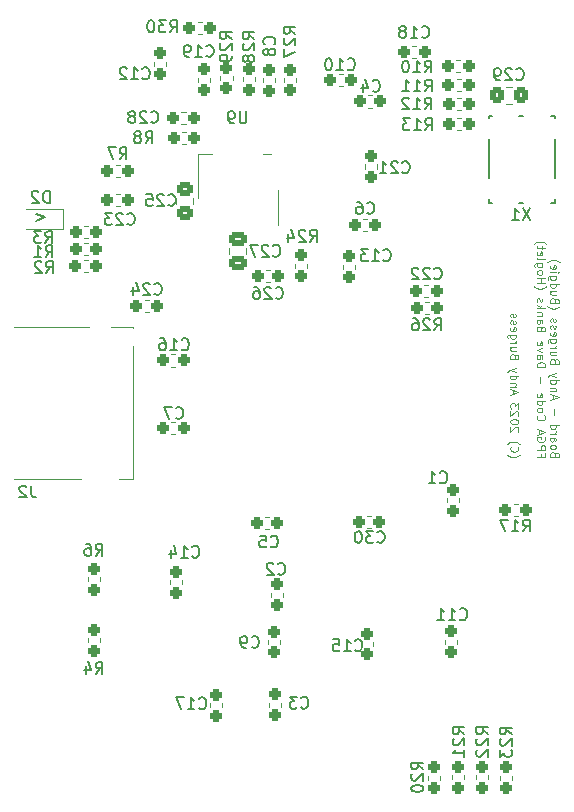
<source format=gbo>
G04 #@! TF.GenerationSoftware,KiCad,Pcbnew,7.0.1*
G04 #@! TF.CreationDate,2023-06-11T21:02:18+01:00*
G04 #@! TF.ProjectId,ElectronULA,456c6563-7472-46f6-9e55-4c412e6b6963,rev?*
G04 #@! TF.SameCoordinates,Original*
G04 #@! TF.FileFunction,Legend,Bot*
G04 #@! TF.FilePolarity,Positive*
%FSLAX46Y46*%
G04 Gerber Fmt 4.6, Leading zero omitted, Abs format (unit mm)*
G04 Created by KiCad (PCBNEW 7.0.1) date 2023-06-11 21:02:18*
%MOMM*%
%LPD*%
G01*
G04 APERTURE LIST*
G04 Aperture macros list*
%AMRoundRect*
0 Rectangle with rounded corners*
0 $1 Rounding radius*
0 $2 $3 $4 $5 $6 $7 $8 $9 X,Y pos of 4 corners*
0 Add a 4 corners polygon primitive as box body*
4,1,4,$2,$3,$4,$5,$6,$7,$8,$9,$2,$3,0*
0 Add four circle primitives for the rounded corners*
1,1,$1+$1,$2,$3*
1,1,$1+$1,$4,$5*
1,1,$1+$1,$6,$7*
1,1,$1+$1,$8,$9*
0 Add four rect primitives between the rounded corners*
20,1,$1+$1,$2,$3,$4,$5,0*
20,1,$1+$1,$4,$5,$6,$7,0*
20,1,$1+$1,$6,$7,$8,$9,0*
20,1,$1+$1,$8,$9,$2,$3,0*%
G04 Aperture macros list end*
%ADD10C,0.125000*%
%ADD11C,0.200000*%
%ADD12C,0.150000*%
%ADD13C,0.120000*%
%ADD14R,1.422400X1.422400*%
%ADD15C,1.422400*%
%ADD16R,1.700000X1.700000*%
%ADD17O,1.700000X1.700000*%
%ADD18C,4.000000*%
%ADD19RoundRect,0.237500X0.237500X-0.287500X0.237500X0.287500X-0.237500X0.287500X-0.237500X-0.287500X0*%
%ADD20RoundRect,0.237500X-0.287500X-0.237500X0.287500X-0.237500X0.287500X0.237500X-0.287500X0.237500X0*%
%ADD21RoundRect,0.237500X-0.237500X0.287500X-0.237500X-0.287500X0.237500X-0.287500X0.237500X0.287500X0*%
%ADD22RoundRect,0.237500X0.287500X0.237500X-0.287500X0.237500X-0.287500X-0.237500X0.287500X-0.237500X0*%
%ADD23RoundRect,0.249999X0.450001X-0.325001X0.450001X0.325001X-0.450001X0.325001X-0.450001X-0.325001X0*%
%ADD24RoundRect,0.249999X-0.325001X-0.450001X0.325001X-0.450001X0.325001X0.450001X-0.325001X0.450001X0*%
%ADD25R,1.800000X1.800000*%
%ADD26R,1.500000X2.000000*%
%ADD27R,3.800000X2.000000*%
%ADD28R,1.000000X1.000000*%
%ADD29R,1.750000X0.700000*%
%ADD30R,1.000000X1.450000*%
%ADD31R,1.550000X1.000000*%
%ADD32R,1.500000X0.800000*%
%ADD33R,1.500000X1.300000*%
%ADD34R,1.500000X1.500000*%
%ADD35R,1.400000X0.800000*%
%ADD36RoundRect,0.250000X-0.475000X0.337500X-0.475000X-0.337500X0.475000X-0.337500X0.475000X0.337500X0*%
G04 APERTURE END LIST*
D10*
X177565033Y-94366000D02*
X177531700Y-94266000D01*
X177531700Y-94266000D02*
X177498366Y-94232666D01*
X177498366Y-94232666D02*
X177431700Y-94199333D01*
X177431700Y-94199333D02*
X177331700Y-94199333D01*
X177331700Y-94199333D02*
X177265033Y-94232666D01*
X177265033Y-94232666D02*
X177231700Y-94266000D01*
X177231700Y-94266000D02*
X177198366Y-94332666D01*
X177198366Y-94332666D02*
X177198366Y-94599333D01*
X177198366Y-94599333D02*
X177898366Y-94599333D01*
X177898366Y-94599333D02*
X177898366Y-94366000D01*
X177898366Y-94366000D02*
X177865033Y-94299333D01*
X177865033Y-94299333D02*
X177831700Y-94266000D01*
X177831700Y-94266000D02*
X177765033Y-94232666D01*
X177765033Y-94232666D02*
X177698366Y-94232666D01*
X177698366Y-94232666D02*
X177631700Y-94266000D01*
X177631700Y-94266000D02*
X177598366Y-94299333D01*
X177598366Y-94299333D02*
X177565033Y-94366000D01*
X177565033Y-94366000D02*
X177565033Y-94599333D01*
X177198366Y-93799333D02*
X177231700Y-93866000D01*
X177231700Y-93866000D02*
X177265033Y-93899333D01*
X177265033Y-93899333D02*
X177331700Y-93932666D01*
X177331700Y-93932666D02*
X177531700Y-93932666D01*
X177531700Y-93932666D02*
X177598366Y-93899333D01*
X177598366Y-93899333D02*
X177631700Y-93866000D01*
X177631700Y-93866000D02*
X177665033Y-93799333D01*
X177665033Y-93799333D02*
X177665033Y-93699333D01*
X177665033Y-93699333D02*
X177631700Y-93632666D01*
X177631700Y-93632666D02*
X177598366Y-93599333D01*
X177598366Y-93599333D02*
X177531700Y-93566000D01*
X177531700Y-93566000D02*
X177331700Y-93566000D01*
X177331700Y-93566000D02*
X177265033Y-93599333D01*
X177265033Y-93599333D02*
X177231700Y-93632666D01*
X177231700Y-93632666D02*
X177198366Y-93699333D01*
X177198366Y-93699333D02*
X177198366Y-93799333D01*
X177198366Y-92966000D02*
X177565033Y-92966000D01*
X177565033Y-92966000D02*
X177631700Y-92999333D01*
X177631700Y-92999333D02*
X177665033Y-93066000D01*
X177665033Y-93066000D02*
X177665033Y-93199333D01*
X177665033Y-93199333D02*
X177631700Y-93266000D01*
X177231700Y-92966000D02*
X177198366Y-93032667D01*
X177198366Y-93032667D02*
X177198366Y-93199333D01*
X177198366Y-93199333D02*
X177231700Y-93266000D01*
X177231700Y-93266000D02*
X177298366Y-93299333D01*
X177298366Y-93299333D02*
X177365033Y-93299333D01*
X177365033Y-93299333D02*
X177431700Y-93266000D01*
X177431700Y-93266000D02*
X177465033Y-93199333D01*
X177465033Y-93199333D02*
X177465033Y-93032667D01*
X177465033Y-93032667D02*
X177498366Y-92966000D01*
X177198366Y-92632667D02*
X177665033Y-92632667D01*
X177531700Y-92632667D02*
X177598366Y-92599334D01*
X177598366Y-92599334D02*
X177631700Y-92566000D01*
X177631700Y-92566000D02*
X177665033Y-92499334D01*
X177665033Y-92499334D02*
X177665033Y-92432667D01*
X177198366Y-91899334D02*
X177898366Y-91899334D01*
X177231700Y-91899334D02*
X177198366Y-91966001D01*
X177198366Y-91966001D02*
X177198366Y-92099334D01*
X177198366Y-92099334D02*
X177231700Y-92166001D01*
X177231700Y-92166001D02*
X177265033Y-92199334D01*
X177265033Y-92199334D02*
X177331700Y-92232667D01*
X177331700Y-92232667D02*
X177531700Y-92232667D01*
X177531700Y-92232667D02*
X177598366Y-92199334D01*
X177598366Y-92199334D02*
X177631700Y-92166001D01*
X177631700Y-92166001D02*
X177665033Y-92099334D01*
X177665033Y-92099334D02*
X177665033Y-91966001D01*
X177665033Y-91966001D02*
X177631700Y-91899334D01*
X177465033Y-91032668D02*
X177465033Y-90499335D01*
X177398366Y-89666001D02*
X177398366Y-89332668D01*
X177198366Y-89732668D02*
X177898366Y-89499335D01*
X177898366Y-89499335D02*
X177198366Y-89266001D01*
X177665033Y-89032668D02*
X177198366Y-89032668D01*
X177598366Y-89032668D02*
X177631700Y-88999335D01*
X177631700Y-88999335D02*
X177665033Y-88932668D01*
X177665033Y-88932668D02*
X177665033Y-88832668D01*
X177665033Y-88832668D02*
X177631700Y-88766001D01*
X177631700Y-88766001D02*
X177565033Y-88732668D01*
X177565033Y-88732668D02*
X177198366Y-88732668D01*
X177198366Y-88099335D02*
X177898366Y-88099335D01*
X177231700Y-88099335D02*
X177198366Y-88166002D01*
X177198366Y-88166002D02*
X177198366Y-88299335D01*
X177198366Y-88299335D02*
X177231700Y-88366002D01*
X177231700Y-88366002D02*
X177265033Y-88399335D01*
X177265033Y-88399335D02*
X177331700Y-88432668D01*
X177331700Y-88432668D02*
X177531700Y-88432668D01*
X177531700Y-88432668D02*
X177598366Y-88399335D01*
X177598366Y-88399335D02*
X177631700Y-88366002D01*
X177631700Y-88366002D02*
X177665033Y-88299335D01*
X177665033Y-88299335D02*
X177665033Y-88166002D01*
X177665033Y-88166002D02*
X177631700Y-88099335D01*
X177665033Y-87832669D02*
X177198366Y-87666002D01*
X177665033Y-87499335D02*
X177198366Y-87666002D01*
X177198366Y-87666002D02*
X177031700Y-87732669D01*
X177031700Y-87732669D02*
X176998366Y-87766002D01*
X176998366Y-87766002D02*
X176965033Y-87832669D01*
X177565033Y-86466003D02*
X177531700Y-86366003D01*
X177531700Y-86366003D02*
X177498366Y-86332669D01*
X177498366Y-86332669D02*
X177431700Y-86299336D01*
X177431700Y-86299336D02*
X177331700Y-86299336D01*
X177331700Y-86299336D02*
X177265033Y-86332669D01*
X177265033Y-86332669D02*
X177231700Y-86366003D01*
X177231700Y-86366003D02*
X177198366Y-86432669D01*
X177198366Y-86432669D02*
X177198366Y-86699336D01*
X177198366Y-86699336D02*
X177898366Y-86699336D01*
X177898366Y-86699336D02*
X177898366Y-86466003D01*
X177898366Y-86466003D02*
X177865033Y-86399336D01*
X177865033Y-86399336D02*
X177831700Y-86366003D01*
X177831700Y-86366003D02*
X177765033Y-86332669D01*
X177765033Y-86332669D02*
X177698366Y-86332669D01*
X177698366Y-86332669D02*
X177631700Y-86366003D01*
X177631700Y-86366003D02*
X177598366Y-86399336D01*
X177598366Y-86399336D02*
X177565033Y-86466003D01*
X177565033Y-86466003D02*
X177565033Y-86699336D01*
X177665033Y-85699336D02*
X177198366Y-85699336D01*
X177665033Y-85999336D02*
X177298366Y-85999336D01*
X177298366Y-85999336D02*
X177231700Y-85966003D01*
X177231700Y-85966003D02*
X177198366Y-85899336D01*
X177198366Y-85899336D02*
X177198366Y-85799336D01*
X177198366Y-85799336D02*
X177231700Y-85732669D01*
X177231700Y-85732669D02*
X177265033Y-85699336D01*
X177198366Y-85366003D02*
X177665033Y-85366003D01*
X177531700Y-85366003D02*
X177598366Y-85332670D01*
X177598366Y-85332670D02*
X177631700Y-85299336D01*
X177631700Y-85299336D02*
X177665033Y-85232670D01*
X177665033Y-85232670D02*
X177665033Y-85166003D01*
X177665033Y-84632670D02*
X177098366Y-84632670D01*
X177098366Y-84632670D02*
X177031700Y-84666003D01*
X177031700Y-84666003D02*
X176998366Y-84699337D01*
X176998366Y-84699337D02*
X176965033Y-84766003D01*
X176965033Y-84766003D02*
X176965033Y-84866003D01*
X176965033Y-84866003D02*
X176998366Y-84932670D01*
X177231700Y-84632670D02*
X177198366Y-84699337D01*
X177198366Y-84699337D02*
X177198366Y-84832670D01*
X177198366Y-84832670D02*
X177231700Y-84899337D01*
X177231700Y-84899337D02*
X177265033Y-84932670D01*
X177265033Y-84932670D02*
X177331700Y-84966003D01*
X177331700Y-84966003D02*
X177531700Y-84966003D01*
X177531700Y-84966003D02*
X177598366Y-84932670D01*
X177598366Y-84932670D02*
X177631700Y-84899337D01*
X177631700Y-84899337D02*
X177665033Y-84832670D01*
X177665033Y-84832670D02*
X177665033Y-84699337D01*
X177665033Y-84699337D02*
X177631700Y-84632670D01*
X177231700Y-84032670D02*
X177198366Y-84099337D01*
X177198366Y-84099337D02*
X177198366Y-84232670D01*
X177198366Y-84232670D02*
X177231700Y-84299337D01*
X177231700Y-84299337D02*
X177298366Y-84332670D01*
X177298366Y-84332670D02*
X177565033Y-84332670D01*
X177565033Y-84332670D02*
X177631700Y-84299337D01*
X177631700Y-84299337D02*
X177665033Y-84232670D01*
X177665033Y-84232670D02*
X177665033Y-84099337D01*
X177665033Y-84099337D02*
X177631700Y-84032670D01*
X177631700Y-84032670D02*
X177565033Y-83999337D01*
X177565033Y-83999337D02*
X177498366Y-83999337D01*
X177498366Y-83999337D02*
X177431700Y-84332670D01*
X177231700Y-83732670D02*
X177198366Y-83666004D01*
X177198366Y-83666004D02*
X177198366Y-83532670D01*
X177198366Y-83532670D02*
X177231700Y-83466004D01*
X177231700Y-83466004D02*
X177298366Y-83432670D01*
X177298366Y-83432670D02*
X177331700Y-83432670D01*
X177331700Y-83432670D02*
X177398366Y-83466004D01*
X177398366Y-83466004D02*
X177431700Y-83532670D01*
X177431700Y-83532670D02*
X177431700Y-83632670D01*
X177431700Y-83632670D02*
X177465033Y-83699337D01*
X177465033Y-83699337D02*
X177531700Y-83732670D01*
X177531700Y-83732670D02*
X177565033Y-83732670D01*
X177565033Y-83732670D02*
X177631700Y-83699337D01*
X177631700Y-83699337D02*
X177665033Y-83632670D01*
X177665033Y-83632670D02*
X177665033Y-83532670D01*
X177665033Y-83532670D02*
X177631700Y-83466004D01*
X177231700Y-83166003D02*
X177198366Y-83099337D01*
X177198366Y-83099337D02*
X177198366Y-82966003D01*
X177198366Y-82966003D02*
X177231700Y-82899337D01*
X177231700Y-82899337D02*
X177298366Y-82866003D01*
X177298366Y-82866003D02*
X177331700Y-82866003D01*
X177331700Y-82866003D02*
X177398366Y-82899337D01*
X177398366Y-82899337D02*
X177431700Y-82966003D01*
X177431700Y-82966003D02*
X177431700Y-83066003D01*
X177431700Y-83066003D02*
X177465033Y-83132670D01*
X177465033Y-83132670D02*
X177531700Y-83166003D01*
X177531700Y-83166003D02*
X177565033Y-83166003D01*
X177565033Y-83166003D02*
X177631700Y-83132670D01*
X177631700Y-83132670D02*
X177665033Y-83066003D01*
X177665033Y-83066003D02*
X177665033Y-82966003D01*
X177665033Y-82966003D02*
X177631700Y-82899337D01*
X176931700Y-81832670D02*
X176965033Y-81866003D01*
X176965033Y-81866003D02*
X177065033Y-81932670D01*
X177065033Y-81932670D02*
X177131700Y-81966003D01*
X177131700Y-81966003D02*
X177231700Y-81999337D01*
X177231700Y-81999337D02*
X177398366Y-82032670D01*
X177398366Y-82032670D02*
X177531700Y-82032670D01*
X177531700Y-82032670D02*
X177698366Y-81999337D01*
X177698366Y-81999337D02*
X177798366Y-81966003D01*
X177798366Y-81966003D02*
X177865033Y-81932670D01*
X177865033Y-81932670D02*
X177965033Y-81866003D01*
X177965033Y-81866003D02*
X177998366Y-81832670D01*
X177565033Y-81332670D02*
X177531700Y-81232670D01*
X177531700Y-81232670D02*
X177498366Y-81199336D01*
X177498366Y-81199336D02*
X177431700Y-81166003D01*
X177431700Y-81166003D02*
X177331700Y-81166003D01*
X177331700Y-81166003D02*
X177265033Y-81199336D01*
X177265033Y-81199336D02*
X177231700Y-81232670D01*
X177231700Y-81232670D02*
X177198366Y-81299336D01*
X177198366Y-81299336D02*
X177198366Y-81566003D01*
X177198366Y-81566003D02*
X177898366Y-81566003D01*
X177898366Y-81566003D02*
X177898366Y-81332670D01*
X177898366Y-81332670D02*
X177865033Y-81266003D01*
X177865033Y-81266003D02*
X177831700Y-81232670D01*
X177831700Y-81232670D02*
X177765033Y-81199336D01*
X177765033Y-81199336D02*
X177698366Y-81199336D01*
X177698366Y-81199336D02*
X177631700Y-81232670D01*
X177631700Y-81232670D02*
X177598366Y-81266003D01*
X177598366Y-81266003D02*
X177565033Y-81332670D01*
X177565033Y-81332670D02*
X177565033Y-81566003D01*
X177665033Y-80566003D02*
X177198366Y-80566003D01*
X177665033Y-80866003D02*
X177298366Y-80866003D01*
X177298366Y-80866003D02*
X177231700Y-80832670D01*
X177231700Y-80832670D02*
X177198366Y-80766003D01*
X177198366Y-80766003D02*
X177198366Y-80666003D01*
X177198366Y-80666003D02*
X177231700Y-80599336D01*
X177231700Y-80599336D02*
X177265033Y-80566003D01*
X177198366Y-79932670D02*
X177898366Y-79932670D01*
X177231700Y-79932670D02*
X177198366Y-79999337D01*
X177198366Y-79999337D02*
X177198366Y-80132670D01*
X177198366Y-80132670D02*
X177231700Y-80199337D01*
X177231700Y-80199337D02*
X177265033Y-80232670D01*
X177265033Y-80232670D02*
X177331700Y-80266003D01*
X177331700Y-80266003D02*
X177531700Y-80266003D01*
X177531700Y-80266003D02*
X177598366Y-80232670D01*
X177598366Y-80232670D02*
X177631700Y-80199337D01*
X177631700Y-80199337D02*
X177665033Y-80132670D01*
X177665033Y-80132670D02*
X177665033Y-79999337D01*
X177665033Y-79999337D02*
X177631700Y-79932670D01*
X177665033Y-79299337D02*
X177098366Y-79299337D01*
X177098366Y-79299337D02*
X177031700Y-79332670D01*
X177031700Y-79332670D02*
X176998366Y-79366004D01*
X176998366Y-79366004D02*
X176965033Y-79432670D01*
X176965033Y-79432670D02*
X176965033Y-79532670D01*
X176965033Y-79532670D02*
X176998366Y-79599337D01*
X177231700Y-79299337D02*
X177198366Y-79366004D01*
X177198366Y-79366004D02*
X177198366Y-79499337D01*
X177198366Y-79499337D02*
X177231700Y-79566004D01*
X177231700Y-79566004D02*
X177265033Y-79599337D01*
X177265033Y-79599337D02*
X177331700Y-79632670D01*
X177331700Y-79632670D02*
X177531700Y-79632670D01*
X177531700Y-79632670D02*
X177598366Y-79599337D01*
X177598366Y-79599337D02*
X177631700Y-79566004D01*
X177631700Y-79566004D02*
X177665033Y-79499337D01*
X177665033Y-79499337D02*
X177665033Y-79366004D01*
X177665033Y-79366004D02*
X177631700Y-79299337D01*
X177198366Y-78966004D02*
X177665033Y-78966004D01*
X177898366Y-78966004D02*
X177865033Y-78999337D01*
X177865033Y-78999337D02*
X177831700Y-78966004D01*
X177831700Y-78966004D02*
X177865033Y-78932671D01*
X177865033Y-78932671D02*
X177898366Y-78966004D01*
X177898366Y-78966004D02*
X177831700Y-78966004D01*
X177231700Y-78366004D02*
X177198366Y-78432671D01*
X177198366Y-78432671D02*
X177198366Y-78566004D01*
X177198366Y-78566004D02*
X177231700Y-78632671D01*
X177231700Y-78632671D02*
X177298366Y-78666004D01*
X177298366Y-78666004D02*
X177565033Y-78666004D01*
X177565033Y-78666004D02*
X177631700Y-78632671D01*
X177631700Y-78632671D02*
X177665033Y-78566004D01*
X177665033Y-78566004D02*
X177665033Y-78432671D01*
X177665033Y-78432671D02*
X177631700Y-78366004D01*
X177631700Y-78366004D02*
X177565033Y-78332671D01*
X177565033Y-78332671D02*
X177498366Y-78332671D01*
X177498366Y-78332671D02*
X177431700Y-78666004D01*
X176931700Y-78099338D02*
X176965033Y-78066004D01*
X176965033Y-78066004D02*
X177065033Y-77999338D01*
X177065033Y-77999338D02*
X177131700Y-77966004D01*
X177131700Y-77966004D02*
X177231700Y-77932671D01*
X177231700Y-77932671D02*
X177398366Y-77899338D01*
X177398366Y-77899338D02*
X177531700Y-77899338D01*
X177531700Y-77899338D02*
X177698366Y-77932671D01*
X177698366Y-77932671D02*
X177798366Y-77966004D01*
X177798366Y-77966004D02*
X177865033Y-77999338D01*
X177865033Y-77999338D02*
X177965033Y-78066004D01*
X177965033Y-78066004D02*
X177998366Y-78099338D01*
X176431033Y-94366000D02*
X176431033Y-94599333D01*
X176064366Y-94599333D02*
X176764366Y-94599333D01*
X176764366Y-94599333D02*
X176764366Y-94266000D01*
X176064366Y-93999333D02*
X176764366Y-93999333D01*
X176764366Y-93999333D02*
X176764366Y-93732666D01*
X176764366Y-93732666D02*
X176731033Y-93666000D01*
X176731033Y-93666000D02*
X176697700Y-93632666D01*
X176697700Y-93632666D02*
X176631033Y-93599333D01*
X176631033Y-93599333D02*
X176531033Y-93599333D01*
X176531033Y-93599333D02*
X176464366Y-93632666D01*
X176464366Y-93632666D02*
X176431033Y-93666000D01*
X176431033Y-93666000D02*
X176397700Y-93732666D01*
X176397700Y-93732666D02*
X176397700Y-93999333D01*
X176731033Y-92932666D02*
X176764366Y-92999333D01*
X176764366Y-92999333D02*
X176764366Y-93099333D01*
X176764366Y-93099333D02*
X176731033Y-93199333D01*
X176731033Y-93199333D02*
X176664366Y-93266000D01*
X176664366Y-93266000D02*
X176597700Y-93299333D01*
X176597700Y-93299333D02*
X176464366Y-93332666D01*
X176464366Y-93332666D02*
X176364366Y-93332666D01*
X176364366Y-93332666D02*
X176231033Y-93299333D01*
X176231033Y-93299333D02*
X176164366Y-93266000D01*
X176164366Y-93266000D02*
X176097700Y-93199333D01*
X176097700Y-93199333D02*
X176064366Y-93099333D01*
X176064366Y-93099333D02*
X176064366Y-93032666D01*
X176064366Y-93032666D02*
X176097700Y-92932666D01*
X176097700Y-92932666D02*
X176131033Y-92899333D01*
X176131033Y-92899333D02*
X176364366Y-92899333D01*
X176364366Y-92899333D02*
X176364366Y-93032666D01*
X176264366Y-92632666D02*
X176264366Y-92299333D01*
X176064366Y-92699333D02*
X176764366Y-92466000D01*
X176764366Y-92466000D02*
X176064366Y-92232666D01*
X176131033Y-91066000D02*
X176097700Y-91099333D01*
X176097700Y-91099333D02*
X176064366Y-91199333D01*
X176064366Y-91199333D02*
X176064366Y-91266000D01*
X176064366Y-91266000D02*
X176097700Y-91366000D01*
X176097700Y-91366000D02*
X176164366Y-91432667D01*
X176164366Y-91432667D02*
X176231033Y-91466000D01*
X176231033Y-91466000D02*
X176364366Y-91499333D01*
X176364366Y-91499333D02*
X176464366Y-91499333D01*
X176464366Y-91499333D02*
X176597700Y-91466000D01*
X176597700Y-91466000D02*
X176664366Y-91432667D01*
X176664366Y-91432667D02*
X176731033Y-91366000D01*
X176731033Y-91366000D02*
X176764366Y-91266000D01*
X176764366Y-91266000D02*
X176764366Y-91199333D01*
X176764366Y-91199333D02*
X176731033Y-91099333D01*
X176731033Y-91099333D02*
X176697700Y-91066000D01*
X176064366Y-90666000D02*
X176097700Y-90732667D01*
X176097700Y-90732667D02*
X176131033Y-90766000D01*
X176131033Y-90766000D02*
X176197700Y-90799333D01*
X176197700Y-90799333D02*
X176397700Y-90799333D01*
X176397700Y-90799333D02*
X176464366Y-90766000D01*
X176464366Y-90766000D02*
X176497700Y-90732667D01*
X176497700Y-90732667D02*
X176531033Y-90666000D01*
X176531033Y-90666000D02*
X176531033Y-90566000D01*
X176531033Y-90566000D02*
X176497700Y-90499333D01*
X176497700Y-90499333D02*
X176464366Y-90466000D01*
X176464366Y-90466000D02*
X176397700Y-90432667D01*
X176397700Y-90432667D02*
X176197700Y-90432667D01*
X176197700Y-90432667D02*
X176131033Y-90466000D01*
X176131033Y-90466000D02*
X176097700Y-90499333D01*
X176097700Y-90499333D02*
X176064366Y-90566000D01*
X176064366Y-90566000D02*
X176064366Y-90666000D01*
X176064366Y-89832667D02*
X176764366Y-89832667D01*
X176097700Y-89832667D02*
X176064366Y-89899334D01*
X176064366Y-89899334D02*
X176064366Y-90032667D01*
X176064366Y-90032667D02*
X176097700Y-90099334D01*
X176097700Y-90099334D02*
X176131033Y-90132667D01*
X176131033Y-90132667D02*
X176197700Y-90166000D01*
X176197700Y-90166000D02*
X176397700Y-90166000D01*
X176397700Y-90166000D02*
X176464366Y-90132667D01*
X176464366Y-90132667D02*
X176497700Y-90099334D01*
X176497700Y-90099334D02*
X176531033Y-90032667D01*
X176531033Y-90032667D02*
X176531033Y-89899334D01*
X176531033Y-89899334D02*
X176497700Y-89832667D01*
X176097700Y-89232667D02*
X176064366Y-89299334D01*
X176064366Y-89299334D02*
X176064366Y-89432667D01*
X176064366Y-89432667D02*
X176097700Y-89499334D01*
X176097700Y-89499334D02*
X176164366Y-89532667D01*
X176164366Y-89532667D02*
X176431033Y-89532667D01*
X176431033Y-89532667D02*
X176497700Y-89499334D01*
X176497700Y-89499334D02*
X176531033Y-89432667D01*
X176531033Y-89432667D02*
X176531033Y-89299334D01*
X176531033Y-89299334D02*
X176497700Y-89232667D01*
X176497700Y-89232667D02*
X176431033Y-89199334D01*
X176431033Y-89199334D02*
X176364366Y-89199334D01*
X176364366Y-89199334D02*
X176297700Y-89532667D01*
X176331033Y-88366001D02*
X176331033Y-87832668D01*
X176064366Y-86966001D02*
X176764366Y-86966001D01*
X176764366Y-86966001D02*
X176764366Y-86799334D01*
X176764366Y-86799334D02*
X176731033Y-86699334D01*
X176731033Y-86699334D02*
X176664366Y-86632668D01*
X176664366Y-86632668D02*
X176597700Y-86599334D01*
X176597700Y-86599334D02*
X176464366Y-86566001D01*
X176464366Y-86566001D02*
X176364366Y-86566001D01*
X176364366Y-86566001D02*
X176231033Y-86599334D01*
X176231033Y-86599334D02*
X176164366Y-86632668D01*
X176164366Y-86632668D02*
X176097700Y-86699334D01*
X176097700Y-86699334D02*
X176064366Y-86799334D01*
X176064366Y-86799334D02*
X176064366Y-86966001D01*
X176064366Y-85966001D02*
X176431033Y-85966001D01*
X176431033Y-85966001D02*
X176497700Y-85999334D01*
X176497700Y-85999334D02*
X176531033Y-86066001D01*
X176531033Y-86066001D02*
X176531033Y-86199334D01*
X176531033Y-86199334D02*
X176497700Y-86266001D01*
X176097700Y-85966001D02*
X176064366Y-86032668D01*
X176064366Y-86032668D02*
X176064366Y-86199334D01*
X176064366Y-86199334D02*
X176097700Y-86266001D01*
X176097700Y-86266001D02*
X176164366Y-86299334D01*
X176164366Y-86299334D02*
X176231033Y-86299334D01*
X176231033Y-86299334D02*
X176297700Y-86266001D01*
X176297700Y-86266001D02*
X176331033Y-86199334D01*
X176331033Y-86199334D02*
X176331033Y-86032668D01*
X176331033Y-86032668D02*
X176364366Y-85966001D01*
X176531033Y-85699335D02*
X176064366Y-85532668D01*
X176064366Y-85532668D02*
X176531033Y-85366001D01*
X176097700Y-84832668D02*
X176064366Y-84899335D01*
X176064366Y-84899335D02*
X176064366Y-85032668D01*
X176064366Y-85032668D02*
X176097700Y-85099335D01*
X176097700Y-85099335D02*
X176164366Y-85132668D01*
X176164366Y-85132668D02*
X176431033Y-85132668D01*
X176431033Y-85132668D02*
X176497700Y-85099335D01*
X176497700Y-85099335D02*
X176531033Y-85032668D01*
X176531033Y-85032668D02*
X176531033Y-84899335D01*
X176531033Y-84899335D02*
X176497700Y-84832668D01*
X176497700Y-84832668D02*
X176431033Y-84799335D01*
X176431033Y-84799335D02*
X176364366Y-84799335D01*
X176364366Y-84799335D02*
X176297700Y-85132668D01*
X176431033Y-83732669D02*
X176397700Y-83632669D01*
X176397700Y-83632669D02*
X176364366Y-83599335D01*
X176364366Y-83599335D02*
X176297700Y-83566002D01*
X176297700Y-83566002D02*
X176197700Y-83566002D01*
X176197700Y-83566002D02*
X176131033Y-83599335D01*
X176131033Y-83599335D02*
X176097700Y-83632669D01*
X176097700Y-83632669D02*
X176064366Y-83699335D01*
X176064366Y-83699335D02*
X176064366Y-83966002D01*
X176064366Y-83966002D02*
X176764366Y-83966002D01*
X176764366Y-83966002D02*
X176764366Y-83732669D01*
X176764366Y-83732669D02*
X176731033Y-83666002D01*
X176731033Y-83666002D02*
X176697700Y-83632669D01*
X176697700Y-83632669D02*
X176631033Y-83599335D01*
X176631033Y-83599335D02*
X176564366Y-83599335D01*
X176564366Y-83599335D02*
X176497700Y-83632669D01*
X176497700Y-83632669D02*
X176464366Y-83666002D01*
X176464366Y-83666002D02*
X176431033Y-83732669D01*
X176431033Y-83732669D02*
X176431033Y-83966002D01*
X176064366Y-82966002D02*
X176431033Y-82966002D01*
X176431033Y-82966002D02*
X176497700Y-82999335D01*
X176497700Y-82999335D02*
X176531033Y-83066002D01*
X176531033Y-83066002D02*
X176531033Y-83199335D01*
X176531033Y-83199335D02*
X176497700Y-83266002D01*
X176097700Y-82966002D02*
X176064366Y-83032669D01*
X176064366Y-83032669D02*
X176064366Y-83199335D01*
X176064366Y-83199335D02*
X176097700Y-83266002D01*
X176097700Y-83266002D02*
X176164366Y-83299335D01*
X176164366Y-83299335D02*
X176231033Y-83299335D01*
X176231033Y-83299335D02*
X176297700Y-83266002D01*
X176297700Y-83266002D02*
X176331033Y-83199335D01*
X176331033Y-83199335D02*
X176331033Y-83032669D01*
X176331033Y-83032669D02*
X176364366Y-82966002D01*
X176531033Y-82632669D02*
X176064366Y-82632669D01*
X176464366Y-82632669D02*
X176497700Y-82599336D01*
X176497700Y-82599336D02*
X176531033Y-82532669D01*
X176531033Y-82532669D02*
X176531033Y-82432669D01*
X176531033Y-82432669D02*
X176497700Y-82366002D01*
X176497700Y-82366002D02*
X176431033Y-82332669D01*
X176431033Y-82332669D02*
X176064366Y-82332669D01*
X176064366Y-81999336D02*
X176764366Y-81999336D01*
X176331033Y-81932669D02*
X176064366Y-81732669D01*
X176531033Y-81732669D02*
X176264366Y-81999336D01*
X176097700Y-81466002D02*
X176064366Y-81399336D01*
X176064366Y-81399336D02*
X176064366Y-81266002D01*
X176064366Y-81266002D02*
X176097700Y-81199336D01*
X176097700Y-81199336D02*
X176164366Y-81166002D01*
X176164366Y-81166002D02*
X176197700Y-81166002D01*
X176197700Y-81166002D02*
X176264366Y-81199336D01*
X176264366Y-81199336D02*
X176297700Y-81266002D01*
X176297700Y-81266002D02*
X176297700Y-81366002D01*
X176297700Y-81366002D02*
X176331033Y-81432669D01*
X176331033Y-81432669D02*
X176397700Y-81466002D01*
X176397700Y-81466002D02*
X176431033Y-81466002D01*
X176431033Y-81466002D02*
X176497700Y-81432669D01*
X176497700Y-81432669D02*
X176531033Y-81366002D01*
X176531033Y-81366002D02*
X176531033Y-81266002D01*
X176531033Y-81266002D02*
X176497700Y-81199336D01*
X175797700Y-80132669D02*
X175831033Y-80166002D01*
X175831033Y-80166002D02*
X175931033Y-80232669D01*
X175931033Y-80232669D02*
X175997700Y-80266002D01*
X175997700Y-80266002D02*
X176097700Y-80299336D01*
X176097700Y-80299336D02*
X176264366Y-80332669D01*
X176264366Y-80332669D02*
X176397700Y-80332669D01*
X176397700Y-80332669D02*
X176564366Y-80299336D01*
X176564366Y-80299336D02*
X176664366Y-80266002D01*
X176664366Y-80266002D02*
X176731033Y-80232669D01*
X176731033Y-80232669D02*
X176831033Y-80166002D01*
X176831033Y-80166002D02*
X176864366Y-80132669D01*
X176064366Y-79866002D02*
X176764366Y-79866002D01*
X176431033Y-79866002D02*
X176431033Y-79466002D01*
X176064366Y-79466002D02*
X176764366Y-79466002D01*
X176064366Y-79032669D02*
X176097700Y-79099336D01*
X176097700Y-79099336D02*
X176131033Y-79132669D01*
X176131033Y-79132669D02*
X176197700Y-79166002D01*
X176197700Y-79166002D02*
X176397700Y-79166002D01*
X176397700Y-79166002D02*
X176464366Y-79132669D01*
X176464366Y-79132669D02*
X176497700Y-79099336D01*
X176497700Y-79099336D02*
X176531033Y-79032669D01*
X176531033Y-79032669D02*
X176531033Y-78932669D01*
X176531033Y-78932669D02*
X176497700Y-78866002D01*
X176497700Y-78866002D02*
X176464366Y-78832669D01*
X176464366Y-78832669D02*
X176397700Y-78799336D01*
X176397700Y-78799336D02*
X176197700Y-78799336D01*
X176197700Y-78799336D02*
X176131033Y-78832669D01*
X176131033Y-78832669D02*
X176097700Y-78866002D01*
X176097700Y-78866002D02*
X176064366Y-78932669D01*
X176064366Y-78932669D02*
X176064366Y-79032669D01*
X176531033Y-78199336D02*
X175964366Y-78199336D01*
X175964366Y-78199336D02*
X175897700Y-78232669D01*
X175897700Y-78232669D02*
X175864366Y-78266003D01*
X175864366Y-78266003D02*
X175831033Y-78332669D01*
X175831033Y-78332669D02*
X175831033Y-78432669D01*
X175831033Y-78432669D02*
X175864366Y-78499336D01*
X176097700Y-78199336D02*
X176064366Y-78266003D01*
X176064366Y-78266003D02*
X176064366Y-78399336D01*
X176064366Y-78399336D02*
X176097700Y-78466003D01*
X176097700Y-78466003D02*
X176131033Y-78499336D01*
X176131033Y-78499336D02*
X176197700Y-78532669D01*
X176197700Y-78532669D02*
X176397700Y-78532669D01*
X176397700Y-78532669D02*
X176464366Y-78499336D01*
X176464366Y-78499336D02*
X176497700Y-78466003D01*
X176497700Y-78466003D02*
X176531033Y-78399336D01*
X176531033Y-78399336D02*
X176531033Y-78266003D01*
X176531033Y-78266003D02*
X176497700Y-78199336D01*
X176064366Y-77766003D02*
X176097700Y-77832670D01*
X176097700Y-77832670D02*
X176164366Y-77866003D01*
X176164366Y-77866003D02*
X176764366Y-77866003D01*
X176097700Y-77232669D02*
X176064366Y-77299336D01*
X176064366Y-77299336D02*
X176064366Y-77432669D01*
X176064366Y-77432669D02*
X176097700Y-77499336D01*
X176097700Y-77499336D02*
X176164366Y-77532669D01*
X176164366Y-77532669D02*
X176431033Y-77532669D01*
X176431033Y-77532669D02*
X176497700Y-77499336D01*
X176497700Y-77499336D02*
X176531033Y-77432669D01*
X176531033Y-77432669D02*
X176531033Y-77299336D01*
X176531033Y-77299336D02*
X176497700Y-77232669D01*
X176497700Y-77232669D02*
X176431033Y-77199336D01*
X176431033Y-77199336D02*
X176364366Y-77199336D01*
X176364366Y-77199336D02*
X176297700Y-77532669D01*
X176531033Y-76999336D02*
X176531033Y-76732669D01*
X176764366Y-76899336D02*
X176164366Y-76899336D01*
X176164366Y-76899336D02*
X176097700Y-76866003D01*
X176097700Y-76866003D02*
X176064366Y-76799336D01*
X176064366Y-76799336D02*
X176064366Y-76732669D01*
X175797700Y-76566003D02*
X175831033Y-76532669D01*
X175831033Y-76532669D02*
X175931033Y-76466003D01*
X175931033Y-76466003D02*
X175997700Y-76432669D01*
X175997700Y-76432669D02*
X176097700Y-76399336D01*
X176097700Y-76399336D02*
X176264366Y-76366003D01*
X176264366Y-76366003D02*
X176397700Y-76366003D01*
X176397700Y-76366003D02*
X176564366Y-76399336D01*
X176564366Y-76399336D02*
X176664366Y-76432669D01*
X176664366Y-76432669D02*
X176731033Y-76466003D01*
X176731033Y-76466003D02*
X176831033Y-76532669D01*
X176831033Y-76532669D02*
X176864366Y-76566003D01*
X173529700Y-94399333D02*
X173563033Y-94432666D01*
X173563033Y-94432666D02*
X173663033Y-94499333D01*
X173663033Y-94499333D02*
X173729700Y-94532666D01*
X173729700Y-94532666D02*
X173829700Y-94566000D01*
X173829700Y-94566000D02*
X173996366Y-94599333D01*
X173996366Y-94599333D02*
X174129700Y-94599333D01*
X174129700Y-94599333D02*
X174296366Y-94566000D01*
X174296366Y-94566000D02*
X174396366Y-94532666D01*
X174396366Y-94532666D02*
X174463033Y-94499333D01*
X174463033Y-94499333D02*
X174563033Y-94432666D01*
X174563033Y-94432666D02*
X174596366Y-94399333D01*
X173863033Y-93732666D02*
X173829700Y-93765999D01*
X173829700Y-93765999D02*
X173796366Y-93865999D01*
X173796366Y-93865999D02*
X173796366Y-93932666D01*
X173796366Y-93932666D02*
X173829700Y-94032666D01*
X173829700Y-94032666D02*
X173896366Y-94099333D01*
X173896366Y-94099333D02*
X173963033Y-94132666D01*
X173963033Y-94132666D02*
X174096366Y-94165999D01*
X174096366Y-94165999D02*
X174196366Y-94165999D01*
X174196366Y-94165999D02*
X174329700Y-94132666D01*
X174329700Y-94132666D02*
X174396366Y-94099333D01*
X174396366Y-94099333D02*
X174463033Y-94032666D01*
X174463033Y-94032666D02*
X174496366Y-93932666D01*
X174496366Y-93932666D02*
X174496366Y-93865999D01*
X174496366Y-93865999D02*
X174463033Y-93765999D01*
X174463033Y-93765999D02*
X174429700Y-93732666D01*
X173529700Y-93499333D02*
X173563033Y-93465999D01*
X173563033Y-93465999D02*
X173663033Y-93399333D01*
X173663033Y-93399333D02*
X173729700Y-93365999D01*
X173729700Y-93365999D02*
X173829700Y-93332666D01*
X173829700Y-93332666D02*
X173996366Y-93299333D01*
X173996366Y-93299333D02*
X174129700Y-93299333D01*
X174129700Y-93299333D02*
X174296366Y-93332666D01*
X174296366Y-93332666D02*
X174396366Y-93365999D01*
X174396366Y-93365999D02*
X174463033Y-93399333D01*
X174463033Y-93399333D02*
X174563033Y-93465999D01*
X174563033Y-93465999D02*
X174596366Y-93499333D01*
X174429700Y-92465999D02*
X174463033Y-92432666D01*
X174463033Y-92432666D02*
X174496366Y-92365999D01*
X174496366Y-92365999D02*
X174496366Y-92199333D01*
X174496366Y-92199333D02*
X174463033Y-92132666D01*
X174463033Y-92132666D02*
X174429700Y-92099333D01*
X174429700Y-92099333D02*
X174363033Y-92065999D01*
X174363033Y-92065999D02*
X174296366Y-92065999D01*
X174296366Y-92065999D02*
X174196366Y-92099333D01*
X174196366Y-92099333D02*
X173796366Y-92499333D01*
X173796366Y-92499333D02*
X173796366Y-92065999D01*
X174496366Y-91632666D02*
X174496366Y-91565999D01*
X174496366Y-91565999D02*
X174463033Y-91499332D01*
X174463033Y-91499332D02*
X174429700Y-91465999D01*
X174429700Y-91465999D02*
X174363033Y-91432666D01*
X174363033Y-91432666D02*
X174229700Y-91399332D01*
X174229700Y-91399332D02*
X174063033Y-91399332D01*
X174063033Y-91399332D02*
X173929700Y-91432666D01*
X173929700Y-91432666D02*
X173863033Y-91465999D01*
X173863033Y-91465999D02*
X173829700Y-91499332D01*
X173829700Y-91499332D02*
X173796366Y-91565999D01*
X173796366Y-91565999D02*
X173796366Y-91632666D01*
X173796366Y-91632666D02*
X173829700Y-91699332D01*
X173829700Y-91699332D02*
X173863033Y-91732666D01*
X173863033Y-91732666D02*
X173929700Y-91765999D01*
X173929700Y-91765999D02*
X174063033Y-91799332D01*
X174063033Y-91799332D02*
X174229700Y-91799332D01*
X174229700Y-91799332D02*
X174363033Y-91765999D01*
X174363033Y-91765999D02*
X174429700Y-91732666D01*
X174429700Y-91732666D02*
X174463033Y-91699332D01*
X174463033Y-91699332D02*
X174496366Y-91632666D01*
X174429700Y-91132665D02*
X174463033Y-91099332D01*
X174463033Y-91099332D02*
X174496366Y-91032665D01*
X174496366Y-91032665D02*
X174496366Y-90865999D01*
X174496366Y-90865999D02*
X174463033Y-90799332D01*
X174463033Y-90799332D02*
X174429700Y-90765999D01*
X174429700Y-90765999D02*
X174363033Y-90732665D01*
X174363033Y-90732665D02*
X174296366Y-90732665D01*
X174296366Y-90732665D02*
X174196366Y-90765999D01*
X174196366Y-90765999D02*
X173796366Y-91165999D01*
X173796366Y-91165999D02*
X173796366Y-90732665D01*
X174496366Y-90499332D02*
X174496366Y-90065998D01*
X174496366Y-90065998D02*
X174229700Y-90299332D01*
X174229700Y-90299332D02*
X174229700Y-90199332D01*
X174229700Y-90199332D02*
X174196366Y-90132665D01*
X174196366Y-90132665D02*
X174163033Y-90099332D01*
X174163033Y-90099332D02*
X174096366Y-90065998D01*
X174096366Y-90065998D02*
X173929700Y-90065998D01*
X173929700Y-90065998D02*
X173863033Y-90099332D01*
X173863033Y-90099332D02*
X173829700Y-90132665D01*
X173829700Y-90132665D02*
X173796366Y-90199332D01*
X173796366Y-90199332D02*
X173796366Y-90399332D01*
X173796366Y-90399332D02*
X173829700Y-90465998D01*
X173829700Y-90465998D02*
X173863033Y-90499332D01*
X173996366Y-89265998D02*
X173996366Y-88932665D01*
X173796366Y-89332665D02*
X174496366Y-89099332D01*
X174496366Y-89099332D02*
X173796366Y-88865998D01*
X174263033Y-88632665D02*
X173796366Y-88632665D01*
X174196366Y-88632665D02*
X174229700Y-88599332D01*
X174229700Y-88599332D02*
X174263033Y-88532665D01*
X174263033Y-88532665D02*
X174263033Y-88432665D01*
X174263033Y-88432665D02*
X174229700Y-88365998D01*
X174229700Y-88365998D02*
X174163033Y-88332665D01*
X174163033Y-88332665D02*
X173796366Y-88332665D01*
X173796366Y-87699332D02*
X174496366Y-87699332D01*
X173829700Y-87699332D02*
X173796366Y-87765999D01*
X173796366Y-87765999D02*
X173796366Y-87899332D01*
X173796366Y-87899332D02*
X173829700Y-87965999D01*
X173829700Y-87965999D02*
X173863033Y-87999332D01*
X173863033Y-87999332D02*
X173929700Y-88032665D01*
X173929700Y-88032665D02*
X174129700Y-88032665D01*
X174129700Y-88032665D02*
X174196366Y-87999332D01*
X174196366Y-87999332D02*
X174229700Y-87965999D01*
X174229700Y-87965999D02*
X174263033Y-87899332D01*
X174263033Y-87899332D02*
X174263033Y-87765999D01*
X174263033Y-87765999D02*
X174229700Y-87699332D01*
X174263033Y-87432666D02*
X173796366Y-87265999D01*
X174263033Y-87099332D02*
X173796366Y-87265999D01*
X173796366Y-87265999D02*
X173629700Y-87332666D01*
X173629700Y-87332666D02*
X173596366Y-87365999D01*
X173596366Y-87365999D02*
X173563033Y-87432666D01*
X174163033Y-86066000D02*
X174129700Y-85966000D01*
X174129700Y-85966000D02*
X174096366Y-85932666D01*
X174096366Y-85932666D02*
X174029700Y-85899333D01*
X174029700Y-85899333D02*
X173929700Y-85899333D01*
X173929700Y-85899333D02*
X173863033Y-85932666D01*
X173863033Y-85932666D02*
X173829700Y-85966000D01*
X173829700Y-85966000D02*
X173796366Y-86032666D01*
X173796366Y-86032666D02*
X173796366Y-86299333D01*
X173796366Y-86299333D02*
X174496366Y-86299333D01*
X174496366Y-86299333D02*
X174496366Y-86066000D01*
X174496366Y-86066000D02*
X174463033Y-85999333D01*
X174463033Y-85999333D02*
X174429700Y-85966000D01*
X174429700Y-85966000D02*
X174363033Y-85932666D01*
X174363033Y-85932666D02*
X174296366Y-85932666D01*
X174296366Y-85932666D02*
X174229700Y-85966000D01*
X174229700Y-85966000D02*
X174196366Y-85999333D01*
X174196366Y-85999333D02*
X174163033Y-86066000D01*
X174163033Y-86066000D02*
X174163033Y-86299333D01*
X174263033Y-85299333D02*
X173796366Y-85299333D01*
X174263033Y-85599333D02*
X173896366Y-85599333D01*
X173896366Y-85599333D02*
X173829700Y-85566000D01*
X173829700Y-85566000D02*
X173796366Y-85499333D01*
X173796366Y-85499333D02*
X173796366Y-85399333D01*
X173796366Y-85399333D02*
X173829700Y-85332666D01*
X173829700Y-85332666D02*
X173863033Y-85299333D01*
X173796366Y-84966000D02*
X174263033Y-84966000D01*
X174129700Y-84966000D02*
X174196366Y-84932667D01*
X174196366Y-84932667D02*
X174229700Y-84899333D01*
X174229700Y-84899333D02*
X174263033Y-84832667D01*
X174263033Y-84832667D02*
X174263033Y-84766000D01*
X174263033Y-84232667D02*
X173696366Y-84232667D01*
X173696366Y-84232667D02*
X173629700Y-84266000D01*
X173629700Y-84266000D02*
X173596366Y-84299334D01*
X173596366Y-84299334D02*
X173563033Y-84366000D01*
X173563033Y-84366000D02*
X173563033Y-84466000D01*
X173563033Y-84466000D02*
X173596366Y-84532667D01*
X173829700Y-84232667D02*
X173796366Y-84299334D01*
X173796366Y-84299334D02*
X173796366Y-84432667D01*
X173796366Y-84432667D02*
X173829700Y-84499334D01*
X173829700Y-84499334D02*
X173863033Y-84532667D01*
X173863033Y-84532667D02*
X173929700Y-84566000D01*
X173929700Y-84566000D02*
X174129700Y-84566000D01*
X174129700Y-84566000D02*
X174196366Y-84532667D01*
X174196366Y-84532667D02*
X174229700Y-84499334D01*
X174229700Y-84499334D02*
X174263033Y-84432667D01*
X174263033Y-84432667D02*
X174263033Y-84299334D01*
X174263033Y-84299334D02*
X174229700Y-84232667D01*
X173829700Y-83632667D02*
X173796366Y-83699334D01*
X173796366Y-83699334D02*
X173796366Y-83832667D01*
X173796366Y-83832667D02*
X173829700Y-83899334D01*
X173829700Y-83899334D02*
X173896366Y-83932667D01*
X173896366Y-83932667D02*
X174163033Y-83932667D01*
X174163033Y-83932667D02*
X174229700Y-83899334D01*
X174229700Y-83899334D02*
X174263033Y-83832667D01*
X174263033Y-83832667D02*
X174263033Y-83699334D01*
X174263033Y-83699334D02*
X174229700Y-83632667D01*
X174229700Y-83632667D02*
X174163033Y-83599334D01*
X174163033Y-83599334D02*
X174096366Y-83599334D01*
X174096366Y-83599334D02*
X174029700Y-83932667D01*
X173829700Y-83332667D02*
X173796366Y-83266001D01*
X173796366Y-83266001D02*
X173796366Y-83132667D01*
X173796366Y-83132667D02*
X173829700Y-83066001D01*
X173829700Y-83066001D02*
X173896366Y-83032667D01*
X173896366Y-83032667D02*
X173929700Y-83032667D01*
X173929700Y-83032667D02*
X173996366Y-83066001D01*
X173996366Y-83066001D02*
X174029700Y-83132667D01*
X174029700Y-83132667D02*
X174029700Y-83232667D01*
X174029700Y-83232667D02*
X174063033Y-83299334D01*
X174063033Y-83299334D02*
X174129700Y-83332667D01*
X174129700Y-83332667D02*
X174163033Y-83332667D01*
X174163033Y-83332667D02*
X174229700Y-83299334D01*
X174229700Y-83299334D02*
X174263033Y-83232667D01*
X174263033Y-83232667D02*
X174263033Y-83132667D01*
X174263033Y-83132667D02*
X174229700Y-83066001D01*
X173829700Y-82766000D02*
X173796366Y-82699334D01*
X173796366Y-82699334D02*
X173796366Y-82566000D01*
X173796366Y-82566000D02*
X173829700Y-82499334D01*
X173829700Y-82499334D02*
X173896366Y-82466000D01*
X173896366Y-82466000D02*
X173929700Y-82466000D01*
X173929700Y-82466000D02*
X173996366Y-82499334D01*
X173996366Y-82499334D02*
X174029700Y-82566000D01*
X174029700Y-82566000D02*
X174029700Y-82666000D01*
X174029700Y-82666000D02*
X174063033Y-82732667D01*
X174063033Y-82732667D02*
X174129700Y-82766000D01*
X174129700Y-82766000D02*
X174163033Y-82766000D01*
X174163033Y-82766000D02*
X174229700Y-82732667D01*
X174229700Y-82732667D02*
X174263033Y-82666000D01*
X174263033Y-82666000D02*
X174263033Y-82566000D01*
X174263033Y-82566000D02*
X174229700Y-82499334D01*
D11*
X133677708Y-74575247D02*
X134439613Y-74289533D01*
X134439613Y-74289533D02*
X133677708Y-74003819D01*
D12*
X147449777Y-115863720D02*
X147497396Y-115911340D01*
X147497396Y-115911340D02*
X147640253Y-115958959D01*
X147640253Y-115958959D02*
X147735491Y-115958959D01*
X147735491Y-115958959D02*
X147878348Y-115911340D01*
X147878348Y-115911340D02*
X147973586Y-115816101D01*
X147973586Y-115816101D02*
X148021205Y-115720863D01*
X148021205Y-115720863D02*
X148068824Y-115530387D01*
X148068824Y-115530387D02*
X148068824Y-115387530D01*
X148068824Y-115387530D02*
X148021205Y-115197054D01*
X148021205Y-115197054D02*
X147973586Y-115101816D01*
X147973586Y-115101816D02*
X147878348Y-115006578D01*
X147878348Y-115006578D02*
X147735491Y-114958959D01*
X147735491Y-114958959D02*
X147640253Y-114958959D01*
X147640253Y-114958959D02*
X147497396Y-115006578D01*
X147497396Y-115006578D02*
X147449777Y-115054197D01*
X146497396Y-115958959D02*
X147068824Y-115958959D01*
X146783110Y-115958959D02*
X146783110Y-114958959D01*
X146783110Y-114958959D02*
X146878348Y-115101816D01*
X146878348Y-115101816D02*
X146973586Y-115197054D01*
X146973586Y-115197054D02*
X147068824Y-115244673D01*
X146164062Y-114958959D02*
X145497396Y-114958959D01*
X145497396Y-114958959D02*
X145925967Y-115958959D01*
X162547537Y-101789580D02*
X162595156Y-101837200D01*
X162595156Y-101837200D02*
X162738013Y-101884819D01*
X162738013Y-101884819D02*
X162833251Y-101884819D01*
X162833251Y-101884819D02*
X162976108Y-101837200D01*
X162976108Y-101837200D02*
X163071346Y-101741961D01*
X163071346Y-101741961D02*
X163118965Y-101646723D01*
X163118965Y-101646723D02*
X163166584Y-101456247D01*
X163166584Y-101456247D02*
X163166584Y-101313390D01*
X163166584Y-101313390D02*
X163118965Y-101122914D01*
X163118965Y-101122914D02*
X163071346Y-101027676D01*
X163071346Y-101027676D02*
X162976108Y-100932438D01*
X162976108Y-100932438D02*
X162833251Y-100884819D01*
X162833251Y-100884819D02*
X162738013Y-100884819D01*
X162738013Y-100884819D02*
X162595156Y-100932438D01*
X162595156Y-100932438D02*
X162547537Y-100980057D01*
X162214203Y-100884819D02*
X161595156Y-100884819D01*
X161595156Y-100884819D02*
X161928489Y-101265771D01*
X161928489Y-101265771D02*
X161785632Y-101265771D01*
X161785632Y-101265771D02*
X161690394Y-101313390D01*
X161690394Y-101313390D02*
X161642775Y-101361009D01*
X161642775Y-101361009D02*
X161595156Y-101456247D01*
X161595156Y-101456247D02*
X161595156Y-101694342D01*
X161595156Y-101694342D02*
X161642775Y-101789580D01*
X161642775Y-101789580D02*
X161690394Y-101837200D01*
X161690394Y-101837200D02*
X161785632Y-101884819D01*
X161785632Y-101884819D02*
X162071346Y-101884819D01*
X162071346Y-101884819D02*
X162166584Y-101837200D01*
X162166584Y-101837200D02*
X162214203Y-101789580D01*
X160976108Y-100884819D02*
X160880870Y-100884819D01*
X160880870Y-100884819D02*
X160785632Y-100932438D01*
X160785632Y-100932438D02*
X160738013Y-100980057D01*
X160738013Y-100980057D02*
X160690394Y-101075295D01*
X160690394Y-101075295D02*
X160642775Y-101265771D01*
X160642775Y-101265771D02*
X160642775Y-101503866D01*
X160642775Y-101503866D02*
X160690394Y-101694342D01*
X160690394Y-101694342D02*
X160738013Y-101789580D01*
X160738013Y-101789580D02*
X160785632Y-101837200D01*
X160785632Y-101837200D02*
X160880870Y-101884819D01*
X160880870Y-101884819D02*
X160976108Y-101884819D01*
X160976108Y-101884819D02*
X161071346Y-101837200D01*
X161071346Y-101837200D02*
X161118965Y-101789580D01*
X161118965Y-101789580D02*
X161166584Y-101694342D01*
X161166584Y-101694342D02*
X161214203Y-101503866D01*
X161214203Y-101503866D02*
X161214203Y-101265771D01*
X161214203Y-101265771D02*
X161166584Y-101075295D01*
X161166584Y-101075295D02*
X161118965Y-100980057D01*
X161118965Y-100980057D02*
X161071346Y-100932438D01*
X161071346Y-100932438D02*
X160976108Y-100884819D01*
X154137506Y-104470540D02*
X154185125Y-104518160D01*
X154185125Y-104518160D02*
X154327982Y-104565779D01*
X154327982Y-104565779D02*
X154423220Y-104565779D01*
X154423220Y-104565779D02*
X154566077Y-104518160D01*
X154566077Y-104518160D02*
X154661315Y-104422921D01*
X154661315Y-104422921D02*
X154708934Y-104327683D01*
X154708934Y-104327683D02*
X154756553Y-104137207D01*
X154756553Y-104137207D02*
X154756553Y-103994350D01*
X154756553Y-103994350D02*
X154708934Y-103803874D01*
X154708934Y-103803874D02*
X154661315Y-103708636D01*
X154661315Y-103708636D02*
X154566077Y-103613398D01*
X154566077Y-103613398D02*
X154423220Y-103565779D01*
X154423220Y-103565779D02*
X154327982Y-103565779D01*
X154327982Y-103565779D02*
X154185125Y-103613398D01*
X154185125Y-103613398D02*
X154137506Y-103661017D01*
X153756553Y-103661017D02*
X153708934Y-103613398D01*
X153708934Y-103613398D02*
X153613696Y-103565779D01*
X153613696Y-103565779D02*
X153375601Y-103565779D01*
X153375601Y-103565779D02*
X153280363Y-103613398D01*
X153280363Y-103613398D02*
X153232744Y-103661017D01*
X153232744Y-103661017D02*
X153185125Y-103756255D01*
X153185125Y-103756255D02*
X153185125Y-103851493D01*
X153185125Y-103851493D02*
X153232744Y-103994350D01*
X153232744Y-103994350D02*
X153804172Y-104565779D01*
X153804172Y-104565779D02*
X153185125Y-104565779D01*
X146870657Y-103013860D02*
X146918276Y-103061480D01*
X146918276Y-103061480D02*
X147061133Y-103109099D01*
X147061133Y-103109099D02*
X147156371Y-103109099D01*
X147156371Y-103109099D02*
X147299228Y-103061480D01*
X147299228Y-103061480D02*
X147394466Y-102966241D01*
X147394466Y-102966241D02*
X147442085Y-102871003D01*
X147442085Y-102871003D02*
X147489704Y-102680527D01*
X147489704Y-102680527D02*
X147489704Y-102537670D01*
X147489704Y-102537670D02*
X147442085Y-102347194D01*
X147442085Y-102347194D02*
X147394466Y-102251956D01*
X147394466Y-102251956D02*
X147299228Y-102156718D01*
X147299228Y-102156718D02*
X147156371Y-102109099D01*
X147156371Y-102109099D02*
X147061133Y-102109099D01*
X147061133Y-102109099D02*
X146918276Y-102156718D01*
X146918276Y-102156718D02*
X146870657Y-102204337D01*
X145918276Y-103109099D02*
X146489704Y-103109099D01*
X146203990Y-103109099D02*
X146203990Y-102109099D01*
X146203990Y-102109099D02*
X146299228Y-102251956D01*
X146299228Y-102251956D02*
X146394466Y-102347194D01*
X146394466Y-102347194D02*
X146489704Y-102394813D01*
X145061133Y-102442432D02*
X145061133Y-103109099D01*
X145299228Y-102061480D02*
X145537323Y-102775765D01*
X145537323Y-102775765D02*
X144918276Y-102775765D01*
X160660057Y-110948380D02*
X160707676Y-110996000D01*
X160707676Y-110996000D02*
X160850533Y-111043619D01*
X160850533Y-111043619D02*
X160945771Y-111043619D01*
X160945771Y-111043619D02*
X161088628Y-110996000D01*
X161088628Y-110996000D02*
X161183866Y-110900761D01*
X161183866Y-110900761D02*
X161231485Y-110805523D01*
X161231485Y-110805523D02*
X161279104Y-110615047D01*
X161279104Y-110615047D02*
X161279104Y-110472190D01*
X161279104Y-110472190D02*
X161231485Y-110281714D01*
X161231485Y-110281714D02*
X161183866Y-110186476D01*
X161183866Y-110186476D02*
X161088628Y-110091238D01*
X161088628Y-110091238D02*
X160945771Y-110043619D01*
X160945771Y-110043619D02*
X160850533Y-110043619D01*
X160850533Y-110043619D02*
X160707676Y-110091238D01*
X160707676Y-110091238D02*
X160660057Y-110138857D01*
X159707676Y-111043619D02*
X160279104Y-111043619D01*
X159993390Y-111043619D02*
X159993390Y-110043619D01*
X159993390Y-110043619D02*
X160088628Y-110186476D01*
X160088628Y-110186476D02*
X160183866Y-110281714D01*
X160183866Y-110281714D02*
X160279104Y-110329333D01*
X158802914Y-110043619D02*
X159279104Y-110043619D01*
X159279104Y-110043619D02*
X159326723Y-110519809D01*
X159326723Y-110519809D02*
X159279104Y-110472190D01*
X159279104Y-110472190D02*
X159183866Y-110424571D01*
X159183866Y-110424571D02*
X158945771Y-110424571D01*
X158945771Y-110424571D02*
X158850533Y-110472190D01*
X158850533Y-110472190D02*
X158802914Y-110519809D01*
X158802914Y-110519809D02*
X158755295Y-110615047D01*
X158755295Y-110615047D02*
X158755295Y-110853142D01*
X158755295Y-110853142D02*
X158802914Y-110948380D01*
X158802914Y-110948380D02*
X158850533Y-110996000D01*
X158850533Y-110996000D02*
X158945771Y-111043619D01*
X158945771Y-111043619D02*
X159183866Y-111043619D01*
X159183866Y-111043619D02*
X159279104Y-110996000D01*
X159279104Y-110996000D02*
X159326723Y-110948380D01*
X167841866Y-96724380D02*
X167889485Y-96772000D01*
X167889485Y-96772000D02*
X168032342Y-96819619D01*
X168032342Y-96819619D02*
X168127580Y-96819619D01*
X168127580Y-96819619D02*
X168270437Y-96772000D01*
X168270437Y-96772000D02*
X168365675Y-96676761D01*
X168365675Y-96676761D02*
X168413294Y-96581523D01*
X168413294Y-96581523D02*
X168460913Y-96391047D01*
X168460913Y-96391047D02*
X168460913Y-96248190D01*
X168460913Y-96248190D02*
X168413294Y-96057714D01*
X168413294Y-96057714D02*
X168365675Y-95962476D01*
X168365675Y-95962476D02*
X168270437Y-95867238D01*
X168270437Y-95867238D02*
X168127580Y-95819619D01*
X168127580Y-95819619D02*
X168032342Y-95819619D01*
X168032342Y-95819619D02*
X167889485Y-95867238D01*
X167889485Y-95867238D02*
X167841866Y-95914857D01*
X166889485Y-96819619D02*
X167460913Y-96819619D01*
X167175199Y-96819619D02*
X167175199Y-95819619D01*
X167175199Y-95819619D02*
X167270437Y-95962476D01*
X167270437Y-95962476D02*
X167365675Y-96057714D01*
X167365675Y-96057714D02*
X167460913Y-96105333D01*
X153513866Y-102158380D02*
X153561485Y-102206000D01*
X153561485Y-102206000D02*
X153704342Y-102253619D01*
X153704342Y-102253619D02*
X153799580Y-102253619D01*
X153799580Y-102253619D02*
X153942437Y-102206000D01*
X153942437Y-102206000D02*
X154037675Y-102110761D01*
X154037675Y-102110761D02*
X154085294Y-102015523D01*
X154085294Y-102015523D02*
X154132913Y-101825047D01*
X154132913Y-101825047D02*
X154132913Y-101682190D01*
X154132913Y-101682190D02*
X154085294Y-101491714D01*
X154085294Y-101491714D02*
X154037675Y-101396476D01*
X154037675Y-101396476D02*
X153942437Y-101301238D01*
X153942437Y-101301238D02*
X153799580Y-101253619D01*
X153799580Y-101253619D02*
X153704342Y-101253619D01*
X153704342Y-101253619D02*
X153561485Y-101301238D01*
X153561485Y-101301238D02*
X153513866Y-101348857D01*
X152609104Y-101253619D02*
X153085294Y-101253619D01*
X153085294Y-101253619D02*
X153132913Y-101729809D01*
X153132913Y-101729809D02*
X153085294Y-101682190D01*
X153085294Y-101682190D02*
X152990056Y-101634571D01*
X152990056Y-101634571D02*
X152751961Y-101634571D01*
X152751961Y-101634571D02*
X152656723Y-101682190D01*
X152656723Y-101682190D02*
X152609104Y-101729809D01*
X152609104Y-101729809D02*
X152561485Y-101825047D01*
X152561485Y-101825047D02*
X152561485Y-102063142D01*
X152561485Y-102063142D02*
X152609104Y-102158380D01*
X152609104Y-102158380D02*
X152656723Y-102206000D01*
X152656723Y-102206000D02*
X152751961Y-102253619D01*
X152751961Y-102253619D02*
X152990056Y-102253619D01*
X152990056Y-102253619D02*
X153085294Y-102206000D01*
X153085294Y-102206000D02*
X153132913Y-102158380D01*
X145488866Y-91274940D02*
X145536485Y-91322560D01*
X145536485Y-91322560D02*
X145679342Y-91370179D01*
X145679342Y-91370179D02*
X145774580Y-91370179D01*
X145774580Y-91370179D02*
X145917437Y-91322560D01*
X145917437Y-91322560D02*
X146012675Y-91227321D01*
X146012675Y-91227321D02*
X146060294Y-91132083D01*
X146060294Y-91132083D02*
X146107913Y-90941607D01*
X146107913Y-90941607D02*
X146107913Y-90798750D01*
X146107913Y-90798750D02*
X146060294Y-90608274D01*
X146060294Y-90608274D02*
X146012675Y-90513036D01*
X146012675Y-90513036D02*
X145917437Y-90417798D01*
X145917437Y-90417798D02*
X145774580Y-90370179D01*
X145774580Y-90370179D02*
X145679342Y-90370179D01*
X145679342Y-90370179D02*
X145536485Y-90417798D01*
X145536485Y-90417798D02*
X145488866Y-90465417D01*
X145155532Y-90370179D02*
X144488866Y-90370179D01*
X144488866Y-90370179D02*
X144917437Y-91370179D01*
X156083866Y-115798380D02*
X156131485Y-115846000D01*
X156131485Y-115846000D02*
X156274342Y-115893619D01*
X156274342Y-115893619D02*
X156369580Y-115893619D01*
X156369580Y-115893619D02*
X156512437Y-115846000D01*
X156512437Y-115846000D02*
X156607675Y-115750761D01*
X156607675Y-115750761D02*
X156655294Y-115655523D01*
X156655294Y-115655523D02*
X156702913Y-115465047D01*
X156702913Y-115465047D02*
X156702913Y-115322190D01*
X156702913Y-115322190D02*
X156655294Y-115131714D01*
X156655294Y-115131714D02*
X156607675Y-115036476D01*
X156607675Y-115036476D02*
X156512437Y-114941238D01*
X156512437Y-114941238D02*
X156369580Y-114893619D01*
X156369580Y-114893619D02*
X156274342Y-114893619D01*
X156274342Y-114893619D02*
X156131485Y-114941238D01*
X156131485Y-114941238D02*
X156083866Y-114988857D01*
X155750532Y-114893619D02*
X155131485Y-114893619D01*
X155131485Y-114893619D02*
X155464818Y-115274571D01*
X155464818Y-115274571D02*
X155321961Y-115274571D01*
X155321961Y-115274571D02*
X155226723Y-115322190D01*
X155226723Y-115322190D02*
X155179104Y-115369809D01*
X155179104Y-115369809D02*
X155131485Y-115465047D01*
X155131485Y-115465047D02*
X155131485Y-115703142D01*
X155131485Y-115703142D02*
X155179104Y-115798380D01*
X155179104Y-115798380D02*
X155226723Y-115846000D01*
X155226723Y-115846000D02*
X155321961Y-115893619D01*
X155321961Y-115893619D02*
X155607675Y-115893619D01*
X155607675Y-115893619D02*
X155702913Y-115846000D01*
X155702913Y-115846000D02*
X155750532Y-115798380D01*
X151913866Y-110668380D02*
X151961485Y-110716000D01*
X151961485Y-110716000D02*
X152104342Y-110763619D01*
X152104342Y-110763619D02*
X152199580Y-110763619D01*
X152199580Y-110763619D02*
X152342437Y-110716000D01*
X152342437Y-110716000D02*
X152437675Y-110620761D01*
X152437675Y-110620761D02*
X152485294Y-110525523D01*
X152485294Y-110525523D02*
X152532913Y-110335047D01*
X152532913Y-110335047D02*
X152532913Y-110192190D01*
X152532913Y-110192190D02*
X152485294Y-110001714D01*
X152485294Y-110001714D02*
X152437675Y-109906476D01*
X152437675Y-109906476D02*
X152342437Y-109811238D01*
X152342437Y-109811238D02*
X152199580Y-109763619D01*
X152199580Y-109763619D02*
X152104342Y-109763619D01*
X152104342Y-109763619D02*
X151961485Y-109811238D01*
X151961485Y-109811238D02*
X151913866Y-109858857D01*
X151437675Y-110763619D02*
X151247199Y-110763619D01*
X151247199Y-110763619D02*
X151151961Y-110716000D01*
X151151961Y-110716000D02*
X151104342Y-110668380D01*
X151104342Y-110668380D02*
X151009104Y-110525523D01*
X151009104Y-110525523D02*
X150961485Y-110335047D01*
X150961485Y-110335047D02*
X150961485Y-109954095D01*
X150961485Y-109954095D02*
X151009104Y-109858857D01*
X151009104Y-109858857D02*
X151056723Y-109811238D01*
X151056723Y-109811238D02*
X151151961Y-109763619D01*
X151151961Y-109763619D02*
X151342437Y-109763619D01*
X151342437Y-109763619D02*
X151437675Y-109811238D01*
X151437675Y-109811238D02*
X151485294Y-109858857D01*
X151485294Y-109858857D02*
X151532913Y-109954095D01*
X151532913Y-109954095D02*
X151532913Y-110192190D01*
X151532913Y-110192190D02*
X151485294Y-110287428D01*
X151485294Y-110287428D02*
X151437675Y-110335047D01*
X151437675Y-110335047D02*
X151342437Y-110382666D01*
X151342437Y-110382666D02*
X151151961Y-110382666D01*
X151151961Y-110382666D02*
X151056723Y-110335047D01*
X151056723Y-110335047D02*
X151009104Y-110287428D01*
X151009104Y-110287428D02*
X150961485Y-110192190D01*
X162157706Y-63575280D02*
X162205325Y-63622900D01*
X162205325Y-63622900D02*
X162348182Y-63670519D01*
X162348182Y-63670519D02*
X162443420Y-63670519D01*
X162443420Y-63670519D02*
X162586277Y-63622900D01*
X162586277Y-63622900D02*
X162681515Y-63527661D01*
X162681515Y-63527661D02*
X162729134Y-63432423D01*
X162729134Y-63432423D02*
X162776753Y-63241947D01*
X162776753Y-63241947D02*
X162776753Y-63099090D01*
X162776753Y-63099090D02*
X162729134Y-62908614D01*
X162729134Y-62908614D02*
X162681515Y-62813376D01*
X162681515Y-62813376D02*
X162586277Y-62718138D01*
X162586277Y-62718138D02*
X162443420Y-62670519D01*
X162443420Y-62670519D02*
X162348182Y-62670519D01*
X162348182Y-62670519D02*
X162205325Y-62718138D01*
X162205325Y-62718138D02*
X162157706Y-62765757D01*
X161300563Y-63003852D02*
X161300563Y-63670519D01*
X161538658Y-62622900D02*
X161776753Y-63337185D01*
X161776753Y-63337185D02*
X161157706Y-63337185D01*
X161677646Y-73933420D02*
X161725265Y-73981040D01*
X161725265Y-73981040D02*
X161868122Y-74028659D01*
X161868122Y-74028659D02*
X161963360Y-74028659D01*
X161963360Y-74028659D02*
X162106217Y-73981040D01*
X162106217Y-73981040D02*
X162201455Y-73885801D01*
X162201455Y-73885801D02*
X162249074Y-73790563D01*
X162249074Y-73790563D02*
X162296693Y-73600087D01*
X162296693Y-73600087D02*
X162296693Y-73457230D01*
X162296693Y-73457230D02*
X162249074Y-73266754D01*
X162249074Y-73266754D02*
X162201455Y-73171516D01*
X162201455Y-73171516D02*
X162106217Y-73076278D01*
X162106217Y-73076278D02*
X161963360Y-73028659D01*
X161963360Y-73028659D02*
X161868122Y-73028659D01*
X161868122Y-73028659D02*
X161725265Y-73076278D01*
X161725265Y-73076278D02*
X161677646Y-73123897D01*
X160820503Y-73028659D02*
X161010979Y-73028659D01*
X161010979Y-73028659D02*
X161106217Y-73076278D01*
X161106217Y-73076278D02*
X161153836Y-73123897D01*
X161153836Y-73123897D02*
X161249074Y-73266754D01*
X161249074Y-73266754D02*
X161296693Y-73457230D01*
X161296693Y-73457230D02*
X161296693Y-73838182D01*
X161296693Y-73838182D02*
X161249074Y-73933420D01*
X161249074Y-73933420D02*
X161201455Y-73981040D01*
X161201455Y-73981040D02*
X161106217Y-74028659D01*
X161106217Y-74028659D02*
X160915741Y-74028659D01*
X160915741Y-74028659D02*
X160820503Y-73981040D01*
X160820503Y-73981040D02*
X160772884Y-73933420D01*
X160772884Y-73933420D02*
X160725265Y-73838182D01*
X160725265Y-73838182D02*
X160725265Y-73600087D01*
X160725265Y-73600087D02*
X160772884Y-73504849D01*
X160772884Y-73504849D02*
X160820503Y-73457230D01*
X160820503Y-73457230D02*
X160915741Y-73409611D01*
X160915741Y-73409611D02*
X161106217Y-73409611D01*
X161106217Y-73409611D02*
X161201455Y-73457230D01*
X161201455Y-73457230D02*
X161249074Y-73504849D01*
X161249074Y-73504849D02*
X161296693Y-73600087D01*
X153808780Y-59650333D02*
X153856400Y-59602714D01*
X153856400Y-59602714D02*
X153904019Y-59459857D01*
X153904019Y-59459857D02*
X153904019Y-59364619D01*
X153904019Y-59364619D02*
X153856400Y-59221762D01*
X153856400Y-59221762D02*
X153761161Y-59126524D01*
X153761161Y-59126524D02*
X153665923Y-59078905D01*
X153665923Y-59078905D02*
X153475447Y-59031286D01*
X153475447Y-59031286D02*
X153332590Y-59031286D01*
X153332590Y-59031286D02*
X153142114Y-59078905D01*
X153142114Y-59078905D02*
X153046876Y-59126524D01*
X153046876Y-59126524D02*
X152951638Y-59221762D01*
X152951638Y-59221762D02*
X152904019Y-59364619D01*
X152904019Y-59364619D02*
X152904019Y-59459857D01*
X152904019Y-59459857D02*
X152951638Y-59602714D01*
X152951638Y-59602714D02*
X152999257Y-59650333D01*
X153332590Y-60221762D02*
X153284971Y-60126524D01*
X153284971Y-60126524D02*
X153237352Y-60078905D01*
X153237352Y-60078905D02*
X153142114Y-60031286D01*
X153142114Y-60031286D02*
X153094495Y-60031286D01*
X153094495Y-60031286D02*
X152999257Y-60078905D01*
X152999257Y-60078905D02*
X152951638Y-60126524D01*
X152951638Y-60126524D02*
X152904019Y-60221762D01*
X152904019Y-60221762D02*
X152904019Y-60412238D01*
X152904019Y-60412238D02*
X152951638Y-60507476D01*
X152951638Y-60507476D02*
X152999257Y-60555095D01*
X152999257Y-60555095D02*
X153094495Y-60602714D01*
X153094495Y-60602714D02*
X153142114Y-60602714D01*
X153142114Y-60602714D02*
X153237352Y-60555095D01*
X153237352Y-60555095D02*
X153284971Y-60507476D01*
X153284971Y-60507476D02*
X153332590Y-60412238D01*
X153332590Y-60412238D02*
X153332590Y-60221762D01*
X153332590Y-60221762D02*
X153380209Y-60126524D01*
X153380209Y-60126524D02*
X153427828Y-60078905D01*
X153427828Y-60078905D02*
X153523066Y-60031286D01*
X153523066Y-60031286D02*
X153713542Y-60031286D01*
X153713542Y-60031286D02*
X153808780Y-60078905D01*
X153808780Y-60078905D02*
X153856400Y-60126524D01*
X153856400Y-60126524D02*
X153904019Y-60221762D01*
X153904019Y-60221762D02*
X153904019Y-60412238D01*
X153904019Y-60412238D02*
X153856400Y-60507476D01*
X153856400Y-60507476D02*
X153808780Y-60555095D01*
X153808780Y-60555095D02*
X153713542Y-60602714D01*
X153713542Y-60602714D02*
X153523066Y-60602714D01*
X153523066Y-60602714D02*
X153427828Y-60555095D01*
X153427828Y-60555095D02*
X153380209Y-60507476D01*
X153380209Y-60507476D02*
X153332590Y-60412238D01*
X163060617Y-77921200D02*
X163108236Y-77968820D01*
X163108236Y-77968820D02*
X163251093Y-78016439D01*
X163251093Y-78016439D02*
X163346331Y-78016439D01*
X163346331Y-78016439D02*
X163489188Y-77968820D01*
X163489188Y-77968820D02*
X163584426Y-77873581D01*
X163584426Y-77873581D02*
X163632045Y-77778343D01*
X163632045Y-77778343D02*
X163679664Y-77587867D01*
X163679664Y-77587867D02*
X163679664Y-77445010D01*
X163679664Y-77445010D02*
X163632045Y-77254534D01*
X163632045Y-77254534D02*
X163584426Y-77159296D01*
X163584426Y-77159296D02*
X163489188Y-77064058D01*
X163489188Y-77064058D02*
X163346331Y-77016439D01*
X163346331Y-77016439D02*
X163251093Y-77016439D01*
X163251093Y-77016439D02*
X163108236Y-77064058D01*
X163108236Y-77064058D02*
X163060617Y-77111677D01*
X162108236Y-78016439D02*
X162679664Y-78016439D01*
X162393950Y-78016439D02*
X162393950Y-77016439D01*
X162393950Y-77016439D02*
X162489188Y-77159296D01*
X162489188Y-77159296D02*
X162584426Y-77254534D01*
X162584426Y-77254534D02*
X162679664Y-77302153D01*
X161774902Y-77016439D02*
X161155855Y-77016439D01*
X161155855Y-77016439D02*
X161489188Y-77397391D01*
X161489188Y-77397391D02*
X161346331Y-77397391D01*
X161346331Y-77397391D02*
X161251093Y-77445010D01*
X161251093Y-77445010D02*
X161203474Y-77492629D01*
X161203474Y-77492629D02*
X161155855Y-77587867D01*
X161155855Y-77587867D02*
X161155855Y-77825962D01*
X161155855Y-77825962D02*
X161203474Y-77921200D01*
X161203474Y-77921200D02*
X161251093Y-77968820D01*
X161251093Y-77968820D02*
X161346331Y-78016439D01*
X161346331Y-78016439D02*
X161632045Y-78016439D01*
X161632045Y-78016439D02*
X161727283Y-77968820D01*
X161727283Y-77968820D02*
X161774902Y-77921200D01*
X148064457Y-60616180D02*
X148112076Y-60663800D01*
X148112076Y-60663800D02*
X148254933Y-60711419D01*
X148254933Y-60711419D02*
X148350171Y-60711419D01*
X148350171Y-60711419D02*
X148493028Y-60663800D01*
X148493028Y-60663800D02*
X148588266Y-60568561D01*
X148588266Y-60568561D02*
X148635885Y-60473323D01*
X148635885Y-60473323D02*
X148683504Y-60282847D01*
X148683504Y-60282847D02*
X148683504Y-60139990D01*
X148683504Y-60139990D02*
X148635885Y-59949514D01*
X148635885Y-59949514D02*
X148588266Y-59854276D01*
X148588266Y-59854276D02*
X148493028Y-59759038D01*
X148493028Y-59759038D02*
X148350171Y-59711419D01*
X148350171Y-59711419D02*
X148254933Y-59711419D01*
X148254933Y-59711419D02*
X148112076Y-59759038D01*
X148112076Y-59759038D02*
X148064457Y-59806657D01*
X147112076Y-60711419D02*
X147683504Y-60711419D01*
X147397790Y-60711419D02*
X147397790Y-59711419D01*
X147397790Y-59711419D02*
X147493028Y-59854276D01*
X147493028Y-59854276D02*
X147588266Y-59949514D01*
X147588266Y-59949514D02*
X147683504Y-59997133D01*
X146635885Y-60711419D02*
X146445409Y-60711419D01*
X146445409Y-60711419D02*
X146350171Y-60663800D01*
X146350171Y-60663800D02*
X146302552Y-60616180D01*
X146302552Y-60616180D02*
X146207314Y-60473323D01*
X146207314Y-60473323D02*
X146159695Y-60282847D01*
X146159695Y-60282847D02*
X146159695Y-59901895D01*
X146159695Y-59901895D02*
X146207314Y-59806657D01*
X146207314Y-59806657D02*
X146254933Y-59759038D01*
X146254933Y-59759038D02*
X146350171Y-59711419D01*
X146350171Y-59711419D02*
X146540647Y-59711419D01*
X146540647Y-59711419D02*
X146635885Y-59759038D01*
X146635885Y-59759038D02*
X146683504Y-59806657D01*
X146683504Y-59806657D02*
X146731123Y-59901895D01*
X146731123Y-59901895D02*
X146731123Y-60139990D01*
X146731123Y-60139990D02*
X146683504Y-60235228D01*
X146683504Y-60235228D02*
X146635885Y-60282847D01*
X146635885Y-60282847D02*
X146540647Y-60330466D01*
X146540647Y-60330466D02*
X146350171Y-60330466D01*
X146350171Y-60330466D02*
X146254933Y-60282847D01*
X146254933Y-60282847D02*
X146207314Y-60235228D01*
X146207314Y-60235228D02*
X146159695Y-60139990D01*
X167363377Y-79473140D02*
X167410996Y-79520760D01*
X167410996Y-79520760D02*
X167553853Y-79568379D01*
X167553853Y-79568379D02*
X167649091Y-79568379D01*
X167649091Y-79568379D02*
X167791948Y-79520760D01*
X167791948Y-79520760D02*
X167887186Y-79425521D01*
X167887186Y-79425521D02*
X167934805Y-79330283D01*
X167934805Y-79330283D02*
X167982424Y-79139807D01*
X167982424Y-79139807D02*
X167982424Y-78996950D01*
X167982424Y-78996950D02*
X167934805Y-78806474D01*
X167934805Y-78806474D02*
X167887186Y-78711236D01*
X167887186Y-78711236D02*
X167791948Y-78615998D01*
X167791948Y-78615998D02*
X167649091Y-78568379D01*
X167649091Y-78568379D02*
X167553853Y-78568379D01*
X167553853Y-78568379D02*
X167410996Y-78615998D01*
X167410996Y-78615998D02*
X167363377Y-78663617D01*
X166982424Y-78663617D02*
X166934805Y-78615998D01*
X166934805Y-78615998D02*
X166839567Y-78568379D01*
X166839567Y-78568379D02*
X166601472Y-78568379D01*
X166601472Y-78568379D02*
X166506234Y-78615998D01*
X166506234Y-78615998D02*
X166458615Y-78663617D01*
X166458615Y-78663617D02*
X166410996Y-78758855D01*
X166410996Y-78758855D02*
X166410996Y-78854093D01*
X166410996Y-78854093D02*
X166458615Y-78996950D01*
X166458615Y-78996950D02*
X167030043Y-79568379D01*
X167030043Y-79568379D02*
X166410996Y-79568379D01*
X166030043Y-78663617D02*
X165982424Y-78615998D01*
X165982424Y-78615998D02*
X165887186Y-78568379D01*
X165887186Y-78568379D02*
X165649091Y-78568379D01*
X165649091Y-78568379D02*
X165553853Y-78615998D01*
X165553853Y-78615998D02*
X165506234Y-78663617D01*
X165506234Y-78663617D02*
X165458615Y-78758855D01*
X165458615Y-78758855D02*
X165458615Y-78854093D01*
X165458615Y-78854093D02*
X165506234Y-78996950D01*
X165506234Y-78996950D02*
X166077662Y-79568379D01*
X166077662Y-79568379D02*
X165458615Y-79568379D01*
X166314357Y-59026140D02*
X166361976Y-59073760D01*
X166361976Y-59073760D02*
X166504833Y-59121379D01*
X166504833Y-59121379D02*
X166600071Y-59121379D01*
X166600071Y-59121379D02*
X166742928Y-59073760D01*
X166742928Y-59073760D02*
X166838166Y-58978521D01*
X166838166Y-58978521D02*
X166885785Y-58883283D01*
X166885785Y-58883283D02*
X166933404Y-58692807D01*
X166933404Y-58692807D02*
X166933404Y-58549950D01*
X166933404Y-58549950D02*
X166885785Y-58359474D01*
X166885785Y-58359474D02*
X166838166Y-58264236D01*
X166838166Y-58264236D02*
X166742928Y-58168998D01*
X166742928Y-58168998D02*
X166600071Y-58121379D01*
X166600071Y-58121379D02*
X166504833Y-58121379D01*
X166504833Y-58121379D02*
X166361976Y-58168998D01*
X166361976Y-58168998D02*
X166314357Y-58216617D01*
X165361976Y-59121379D02*
X165933404Y-59121379D01*
X165647690Y-59121379D02*
X165647690Y-58121379D01*
X165647690Y-58121379D02*
X165742928Y-58264236D01*
X165742928Y-58264236D02*
X165838166Y-58359474D01*
X165838166Y-58359474D02*
X165933404Y-58407093D01*
X164790547Y-58549950D02*
X164885785Y-58502331D01*
X164885785Y-58502331D02*
X164933404Y-58454712D01*
X164933404Y-58454712D02*
X164981023Y-58359474D01*
X164981023Y-58359474D02*
X164981023Y-58311855D01*
X164981023Y-58311855D02*
X164933404Y-58216617D01*
X164933404Y-58216617D02*
X164885785Y-58168998D01*
X164885785Y-58168998D02*
X164790547Y-58121379D01*
X164790547Y-58121379D02*
X164600071Y-58121379D01*
X164600071Y-58121379D02*
X164504833Y-58168998D01*
X164504833Y-58168998D02*
X164457214Y-58216617D01*
X164457214Y-58216617D02*
X164409595Y-58311855D01*
X164409595Y-58311855D02*
X164409595Y-58359474D01*
X164409595Y-58359474D02*
X164457214Y-58454712D01*
X164457214Y-58454712D02*
X164504833Y-58502331D01*
X164504833Y-58502331D02*
X164600071Y-58549950D01*
X164600071Y-58549950D02*
X164790547Y-58549950D01*
X164790547Y-58549950D02*
X164885785Y-58597569D01*
X164885785Y-58597569D02*
X164933404Y-58645188D01*
X164933404Y-58645188D02*
X164981023Y-58740426D01*
X164981023Y-58740426D02*
X164981023Y-58930902D01*
X164981023Y-58930902D02*
X164933404Y-59026140D01*
X164933404Y-59026140D02*
X164885785Y-59073760D01*
X164885785Y-59073760D02*
X164790547Y-59121379D01*
X164790547Y-59121379D02*
X164600071Y-59121379D01*
X164600071Y-59121379D02*
X164504833Y-59073760D01*
X164504833Y-59073760D02*
X164457214Y-59026140D01*
X164457214Y-59026140D02*
X164409595Y-58930902D01*
X164409595Y-58930902D02*
X164409595Y-58740426D01*
X164409595Y-58740426D02*
X164457214Y-58645188D01*
X164457214Y-58645188D02*
X164504833Y-58597569D01*
X164504833Y-58597569D02*
X164600071Y-58549950D01*
X141384257Y-74847800D02*
X141431876Y-74895420D01*
X141431876Y-74895420D02*
X141574733Y-74943039D01*
X141574733Y-74943039D02*
X141669971Y-74943039D01*
X141669971Y-74943039D02*
X141812828Y-74895420D01*
X141812828Y-74895420D02*
X141908066Y-74800181D01*
X141908066Y-74800181D02*
X141955685Y-74704943D01*
X141955685Y-74704943D02*
X142003304Y-74514467D01*
X142003304Y-74514467D02*
X142003304Y-74371610D01*
X142003304Y-74371610D02*
X141955685Y-74181134D01*
X141955685Y-74181134D02*
X141908066Y-74085896D01*
X141908066Y-74085896D02*
X141812828Y-73990658D01*
X141812828Y-73990658D02*
X141669971Y-73943039D01*
X141669971Y-73943039D02*
X141574733Y-73943039D01*
X141574733Y-73943039D02*
X141431876Y-73990658D01*
X141431876Y-73990658D02*
X141384257Y-74038277D01*
X141003304Y-74038277D02*
X140955685Y-73990658D01*
X140955685Y-73990658D02*
X140860447Y-73943039D01*
X140860447Y-73943039D02*
X140622352Y-73943039D01*
X140622352Y-73943039D02*
X140527114Y-73990658D01*
X140527114Y-73990658D02*
X140479495Y-74038277D01*
X140479495Y-74038277D02*
X140431876Y-74133515D01*
X140431876Y-74133515D02*
X140431876Y-74228753D01*
X140431876Y-74228753D02*
X140479495Y-74371610D01*
X140479495Y-74371610D02*
X141050923Y-74943039D01*
X141050923Y-74943039D02*
X140431876Y-74943039D01*
X140098542Y-73943039D02*
X139479495Y-73943039D01*
X139479495Y-73943039D02*
X139812828Y-74323991D01*
X139812828Y-74323991D02*
X139669971Y-74323991D01*
X139669971Y-74323991D02*
X139574733Y-74371610D01*
X139574733Y-74371610D02*
X139527114Y-74419229D01*
X139527114Y-74419229D02*
X139479495Y-74514467D01*
X139479495Y-74514467D02*
X139479495Y-74752562D01*
X139479495Y-74752562D02*
X139527114Y-74847800D01*
X139527114Y-74847800D02*
X139574733Y-74895420D01*
X139574733Y-74895420D02*
X139669971Y-74943039D01*
X139669971Y-74943039D02*
X139955685Y-74943039D01*
X139955685Y-74943039D02*
X140050923Y-74895420D01*
X140050923Y-74895420D02*
X140098542Y-74847800D01*
X143670057Y-80768380D02*
X143717676Y-80816000D01*
X143717676Y-80816000D02*
X143860533Y-80863619D01*
X143860533Y-80863619D02*
X143955771Y-80863619D01*
X143955771Y-80863619D02*
X144098628Y-80816000D01*
X144098628Y-80816000D02*
X144193866Y-80720761D01*
X144193866Y-80720761D02*
X144241485Y-80625523D01*
X144241485Y-80625523D02*
X144289104Y-80435047D01*
X144289104Y-80435047D02*
X144289104Y-80292190D01*
X144289104Y-80292190D02*
X144241485Y-80101714D01*
X144241485Y-80101714D02*
X144193866Y-80006476D01*
X144193866Y-80006476D02*
X144098628Y-79911238D01*
X144098628Y-79911238D02*
X143955771Y-79863619D01*
X143955771Y-79863619D02*
X143860533Y-79863619D01*
X143860533Y-79863619D02*
X143717676Y-79911238D01*
X143717676Y-79911238D02*
X143670057Y-79958857D01*
X143289104Y-79958857D02*
X143241485Y-79911238D01*
X143241485Y-79911238D02*
X143146247Y-79863619D01*
X143146247Y-79863619D02*
X142908152Y-79863619D01*
X142908152Y-79863619D02*
X142812914Y-79911238D01*
X142812914Y-79911238D02*
X142765295Y-79958857D01*
X142765295Y-79958857D02*
X142717676Y-80054095D01*
X142717676Y-80054095D02*
X142717676Y-80149333D01*
X142717676Y-80149333D02*
X142765295Y-80292190D01*
X142765295Y-80292190D02*
X143336723Y-80863619D01*
X143336723Y-80863619D02*
X142717676Y-80863619D01*
X141860533Y-80196952D02*
X141860533Y-80863619D01*
X142098628Y-79816000D02*
X142336723Y-80530285D01*
X142336723Y-80530285D02*
X141717676Y-80530285D01*
X153929317Y-81106340D02*
X153976936Y-81153960D01*
X153976936Y-81153960D02*
X154119793Y-81201579D01*
X154119793Y-81201579D02*
X154215031Y-81201579D01*
X154215031Y-81201579D02*
X154357888Y-81153960D01*
X154357888Y-81153960D02*
X154453126Y-81058721D01*
X154453126Y-81058721D02*
X154500745Y-80963483D01*
X154500745Y-80963483D02*
X154548364Y-80773007D01*
X154548364Y-80773007D02*
X154548364Y-80630150D01*
X154548364Y-80630150D02*
X154500745Y-80439674D01*
X154500745Y-80439674D02*
X154453126Y-80344436D01*
X154453126Y-80344436D02*
X154357888Y-80249198D01*
X154357888Y-80249198D02*
X154215031Y-80201579D01*
X154215031Y-80201579D02*
X154119793Y-80201579D01*
X154119793Y-80201579D02*
X153976936Y-80249198D01*
X153976936Y-80249198D02*
X153929317Y-80296817D01*
X153548364Y-80296817D02*
X153500745Y-80249198D01*
X153500745Y-80249198D02*
X153405507Y-80201579D01*
X153405507Y-80201579D02*
X153167412Y-80201579D01*
X153167412Y-80201579D02*
X153072174Y-80249198D01*
X153072174Y-80249198D02*
X153024555Y-80296817D01*
X153024555Y-80296817D02*
X152976936Y-80392055D01*
X152976936Y-80392055D02*
X152976936Y-80487293D01*
X152976936Y-80487293D02*
X153024555Y-80630150D01*
X153024555Y-80630150D02*
X153595983Y-81201579D01*
X153595983Y-81201579D02*
X152976936Y-81201579D01*
X152119793Y-80201579D02*
X152310269Y-80201579D01*
X152310269Y-80201579D02*
X152405507Y-80249198D01*
X152405507Y-80249198D02*
X152453126Y-80296817D01*
X152453126Y-80296817D02*
X152548364Y-80439674D01*
X152548364Y-80439674D02*
X152595983Y-80630150D01*
X152595983Y-80630150D02*
X152595983Y-81011102D01*
X152595983Y-81011102D02*
X152548364Y-81106340D01*
X152548364Y-81106340D02*
X152500745Y-81153960D01*
X152500745Y-81153960D02*
X152405507Y-81201579D01*
X152405507Y-81201579D02*
X152215031Y-81201579D01*
X152215031Y-81201579D02*
X152119793Y-81153960D01*
X152119793Y-81153960D02*
X152072174Y-81106340D01*
X152072174Y-81106340D02*
X152024555Y-81011102D01*
X152024555Y-81011102D02*
X152024555Y-80773007D01*
X152024555Y-80773007D02*
X152072174Y-80677769D01*
X152072174Y-80677769D02*
X152119793Y-80630150D01*
X152119793Y-80630150D02*
X152215031Y-80582531D01*
X152215031Y-80582531D02*
X152405507Y-80582531D01*
X152405507Y-80582531D02*
X152500745Y-80630150D01*
X152500745Y-80630150D02*
X152548364Y-80677769D01*
X152548364Y-80677769D02*
X152595983Y-80773007D01*
X143385777Y-66229580D02*
X143433396Y-66277200D01*
X143433396Y-66277200D02*
X143576253Y-66324819D01*
X143576253Y-66324819D02*
X143671491Y-66324819D01*
X143671491Y-66324819D02*
X143814348Y-66277200D01*
X143814348Y-66277200D02*
X143909586Y-66181961D01*
X143909586Y-66181961D02*
X143957205Y-66086723D01*
X143957205Y-66086723D02*
X144004824Y-65896247D01*
X144004824Y-65896247D02*
X144004824Y-65753390D01*
X144004824Y-65753390D02*
X143957205Y-65562914D01*
X143957205Y-65562914D02*
X143909586Y-65467676D01*
X143909586Y-65467676D02*
X143814348Y-65372438D01*
X143814348Y-65372438D02*
X143671491Y-65324819D01*
X143671491Y-65324819D02*
X143576253Y-65324819D01*
X143576253Y-65324819D02*
X143433396Y-65372438D01*
X143433396Y-65372438D02*
X143385777Y-65420057D01*
X143004824Y-65420057D02*
X142957205Y-65372438D01*
X142957205Y-65372438D02*
X142861967Y-65324819D01*
X142861967Y-65324819D02*
X142623872Y-65324819D01*
X142623872Y-65324819D02*
X142528634Y-65372438D01*
X142528634Y-65372438D02*
X142481015Y-65420057D01*
X142481015Y-65420057D02*
X142433396Y-65515295D01*
X142433396Y-65515295D02*
X142433396Y-65610533D01*
X142433396Y-65610533D02*
X142481015Y-65753390D01*
X142481015Y-65753390D02*
X143052443Y-66324819D01*
X143052443Y-66324819D02*
X142433396Y-66324819D01*
X141861967Y-65753390D02*
X141957205Y-65705771D01*
X141957205Y-65705771D02*
X142004824Y-65658152D01*
X142004824Y-65658152D02*
X142052443Y-65562914D01*
X142052443Y-65562914D02*
X142052443Y-65515295D01*
X142052443Y-65515295D02*
X142004824Y-65420057D01*
X142004824Y-65420057D02*
X141957205Y-65372438D01*
X141957205Y-65372438D02*
X141861967Y-65324819D01*
X141861967Y-65324819D02*
X141671491Y-65324819D01*
X141671491Y-65324819D02*
X141576253Y-65372438D01*
X141576253Y-65372438D02*
X141528634Y-65420057D01*
X141528634Y-65420057D02*
X141481015Y-65515295D01*
X141481015Y-65515295D02*
X141481015Y-65562914D01*
X141481015Y-65562914D02*
X141528634Y-65658152D01*
X141528634Y-65658152D02*
X141576253Y-65705771D01*
X141576253Y-65705771D02*
X141671491Y-65753390D01*
X141671491Y-65753390D02*
X141861967Y-65753390D01*
X141861967Y-65753390D02*
X141957205Y-65801009D01*
X141957205Y-65801009D02*
X142004824Y-65848628D01*
X142004824Y-65848628D02*
X142052443Y-65943866D01*
X142052443Y-65943866D02*
X142052443Y-66134342D01*
X142052443Y-66134342D02*
X142004824Y-66229580D01*
X142004824Y-66229580D02*
X141957205Y-66277200D01*
X141957205Y-66277200D02*
X141861967Y-66324819D01*
X141861967Y-66324819D02*
X141671491Y-66324819D01*
X141671491Y-66324819D02*
X141576253Y-66277200D01*
X141576253Y-66277200D02*
X141528634Y-66229580D01*
X141528634Y-66229580D02*
X141481015Y-66134342D01*
X141481015Y-66134342D02*
X141481015Y-65943866D01*
X141481015Y-65943866D02*
X141528634Y-65848628D01*
X141528634Y-65848628D02*
X141576253Y-65801009D01*
X141576253Y-65801009D02*
X141671491Y-65753390D01*
X140737886Y-69390599D02*
X141071219Y-68914408D01*
X141309314Y-69390599D02*
X141309314Y-68390599D01*
X141309314Y-68390599D02*
X140928362Y-68390599D01*
X140928362Y-68390599D02*
X140833124Y-68438218D01*
X140833124Y-68438218D02*
X140785505Y-68485837D01*
X140785505Y-68485837D02*
X140737886Y-68581075D01*
X140737886Y-68581075D02*
X140737886Y-68723932D01*
X140737886Y-68723932D02*
X140785505Y-68819170D01*
X140785505Y-68819170D02*
X140833124Y-68866789D01*
X140833124Y-68866789D02*
X140928362Y-68914408D01*
X140928362Y-68914408D02*
X141309314Y-68914408D01*
X140404552Y-68390599D02*
X139737886Y-68390599D01*
X139737886Y-68390599D02*
X140166457Y-69390599D01*
X152141259Y-59224942D02*
X151665068Y-58891609D01*
X152141259Y-58653514D02*
X151141259Y-58653514D01*
X151141259Y-58653514D02*
X151141259Y-59034466D01*
X151141259Y-59034466D02*
X151188878Y-59129704D01*
X151188878Y-59129704D02*
X151236497Y-59177323D01*
X151236497Y-59177323D02*
X151331735Y-59224942D01*
X151331735Y-59224942D02*
X151474592Y-59224942D01*
X151474592Y-59224942D02*
X151569830Y-59177323D01*
X151569830Y-59177323D02*
X151617449Y-59129704D01*
X151617449Y-59129704D02*
X151665068Y-59034466D01*
X151665068Y-59034466D02*
X151665068Y-58653514D01*
X151236497Y-59605895D02*
X151188878Y-59653514D01*
X151188878Y-59653514D02*
X151141259Y-59748752D01*
X151141259Y-59748752D02*
X151141259Y-59986847D01*
X151141259Y-59986847D02*
X151188878Y-60082085D01*
X151188878Y-60082085D02*
X151236497Y-60129704D01*
X151236497Y-60129704D02*
X151331735Y-60177323D01*
X151331735Y-60177323D02*
X151426973Y-60177323D01*
X151426973Y-60177323D02*
X151569830Y-60129704D01*
X151569830Y-60129704D02*
X152141259Y-59558276D01*
X152141259Y-59558276D02*
X152141259Y-60177323D01*
X151569830Y-60748752D02*
X151522211Y-60653514D01*
X151522211Y-60653514D02*
X151474592Y-60605895D01*
X151474592Y-60605895D02*
X151379354Y-60558276D01*
X151379354Y-60558276D02*
X151331735Y-60558276D01*
X151331735Y-60558276D02*
X151236497Y-60605895D01*
X151236497Y-60605895D02*
X151188878Y-60653514D01*
X151188878Y-60653514D02*
X151141259Y-60748752D01*
X151141259Y-60748752D02*
X151141259Y-60939228D01*
X151141259Y-60939228D02*
X151188878Y-61034466D01*
X151188878Y-61034466D02*
X151236497Y-61082085D01*
X151236497Y-61082085D02*
X151331735Y-61129704D01*
X151331735Y-61129704D02*
X151379354Y-61129704D01*
X151379354Y-61129704D02*
X151474592Y-61082085D01*
X151474592Y-61082085D02*
X151522211Y-61034466D01*
X151522211Y-61034466D02*
X151569830Y-60939228D01*
X151569830Y-60939228D02*
X151569830Y-60748752D01*
X151569830Y-60748752D02*
X151617449Y-60653514D01*
X151617449Y-60653514D02*
X151665068Y-60605895D01*
X151665068Y-60605895D02*
X151760306Y-60558276D01*
X151760306Y-60558276D02*
X151950782Y-60558276D01*
X151950782Y-60558276D02*
X152046020Y-60605895D01*
X152046020Y-60605895D02*
X152093640Y-60653514D01*
X152093640Y-60653514D02*
X152141259Y-60748752D01*
X152141259Y-60748752D02*
X152141259Y-60939228D01*
X152141259Y-60939228D02*
X152093640Y-61034466D01*
X152093640Y-61034466D02*
X152046020Y-61082085D01*
X152046020Y-61082085D02*
X151950782Y-61129704D01*
X151950782Y-61129704D02*
X151760306Y-61129704D01*
X151760306Y-61129704D02*
X151665068Y-61082085D01*
X151665068Y-61082085D02*
X151617449Y-61034466D01*
X151617449Y-61034466D02*
X151569830Y-60939228D01*
X150221019Y-59199542D02*
X149744828Y-58866209D01*
X150221019Y-58628114D02*
X149221019Y-58628114D01*
X149221019Y-58628114D02*
X149221019Y-59009066D01*
X149221019Y-59009066D02*
X149268638Y-59104304D01*
X149268638Y-59104304D02*
X149316257Y-59151923D01*
X149316257Y-59151923D02*
X149411495Y-59199542D01*
X149411495Y-59199542D02*
X149554352Y-59199542D01*
X149554352Y-59199542D02*
X149649590Y-59151923D01*
X149649590Y-59151923D02*
X149697209Y-59104304D01*
X149697209Y-59104304D02*
X149744828Y-59009066D01*
X149744828Y-59009066D02*
X149744828Y-58628114D01*
X149316257Y-59580495D02*
X149268638Y-59628114D01*
X149268638Y-59628114D02*
X149221019Y-59723352D01*
X149221019Y-59723352D02*
X149221019Y-59961447D01*
X149221019Y-59961447D02*
X149268638Y-60056685D01*
X149268638Y-60056685D02*
X149316257Y-60104304D01*
X149316257Y-60104304D02*
X149411495Y-60151923D01*
X149411495Y-60151923D02*
X149506733Y-60151923D01*
X149506733Y-60151923D02*
X149649590Y-60104304D01*
X149649590Y-60104304D02*
X150221019Y-59532876D01*
X150221019Y-59532876D02*
X150221019Y-60151923D01*
X150221019Y-60628114D02*
X150221019Y-60818590D01*
X150221019Y-60818590D02*
X150173400Y-60913828D01*
X150173400Y-60913828D02*
X150125780Y-60961447D01*
X150125780Y-60961447D02*
X149982923Y-61056685D01*
X149982923Y-61056685D02*
X149792447Y-61104304D01*
X149792447Y-61104304D02*
X149411495Y-61104304D01*
X149411495Y-61104304D02*
X149316257Y-61056685D01*
X149316257Y-61056685D02*
X149268638Y-61009066D01*
X149268638Y-61009066D02*
X149221019Y-60913828D01*
X149221019Y-60913828D02*
X149221019Y-60723352D01*
X149221019Y-60723352D02*
X149268638Y-60628114D01*
X149268638Y-60628114D02*
X149316257Y-60580495D01*
X149316257Y-60580495D02*
X149411495Y-60532876D01*
X149411495Y-60532876D02*
X149649590Y-60532876D01*
X149649590Y-60532876D02*
X149744828Y-60580495D01*
X149744828Y-60580495D02*
X149792447Y-60628114D01*
X149792447Y-60628114D02*
X149840066Y-60723352D01*
X149840066Y-60723352D02*
X149840066Y-60913828D01*
X149840066Y-60913828D02*
X149792447Y-61009066D01*
X149792447Y-61009066D02*
X149744828Y-61056685D01*
X149744828Y-61056685D02*
X149649590Y-61104304D01*
X144991057Y-58628619D02*
X145324390Y-58152428D01*
X145562485Y-58628619D02*
X145562485Y-57628619D01*
X145562485Y-57628619D02*
X145181533Y-57628619D01*
X145181533Y-57628619D02*
X145086295Y-57676238D01*
X145086295Y-57676238D02*
X145038676Y-57723857D01*
X145038676Y-57723857D02*
X144991057Y-57819095D01*
X144991057Y-57819095D02*
X144991057Y-57961952D01*
X144991057Y-57961952D02*
X145038676Y-58057190D01*
X145038676Y-58057190D02*
X145086295Y-58104809D01*
X145086295Y-58104809D02*
X145181533Y-58152428D01*
X145181533Y-58152428D02*
X145562485Y-58152428D01*
X144657723Y-57628619D02*
X144038676Y-57628619D01*
X144038676Y-57628619D02*
X144372009Y-58009571D01*
X144372009Y-58009571D02*
X144229152Y-58009571D01*
X144229152Y-58009571D02*
X144133914Y-58057190D01*
X144133914Y-58057190D02*
X144086295Y-58104809D01*
X144086295Y-58104809D02*
X144038676Y-58200047D01*
X144038676Y-58200047D02*
X144038676Y-58438142D01*
X144038676Y-58438142D02*
X144086295Y-58533380D01*
X144086295Y-58533380D02*
X144133914Y-58581000D01*
X144133914Y-58581000D02*
X144229152Y-58628619D01*
X144229152Y-58628619D02*
X144514866Y-58628619D01*
X144514866Y-58628619D02*
X144610104Y-58581000D01*
X144610104Y-58581000D02*
X144657723Y-58533380D01*
X143419628Y-57628619D02*
X143324390Y-57628619D01*
X143324390Y-57628619D02*
X143229152Y-57676238D01*
X143229152Y-57676238D02*
X143181533Y-57723857D01*
X143181533Y-57723857D02*
X143133914Y-57819095D01*
X143133914Y-57819095D02*
X143086295Y-58009571D01*
X143086295Y-58009571D02*
X143086295Y-58247666D01*
X143086295Y-58247666D02*
X143133914Y-58438142D01*
X143133914Y-58438142D02*
X143181533Y-58533380D01*
X143181533Y-58533380D02*
X143229152Y-58581000D01*
X143229152Y-58581000D02*
X143324390Y-58628619D01*
X143324390Y-58628619D02*
X143419628Y-58628619D01*
X143419628Y-58628619D02*
X143514866Y-58581000D01*
X143514866Y-58581000D02*
X143562485Y-58533380D01*
X143562485Y-58533380D02*
X143610104Y-58438142D01*
X143610104Y-58438142D02*
X143657723Y-58247666D01*
X143657723Y-58247666D02*
X143657723Y-58009571D01*
X143657723Y-58009571D02*
X143610104Y-57819095D01*
X143610104Y-57819095D02*
X143562485Y-57723857D01*
X143562485Y-57723857D02*
X143514866Y-57676238D01*
X143514866Y-57676238D02*
X143419628Y-57628619D01*
X164655737Y-70476460D02*
X164703356Y-70524080D01*
X164703356Y-70524080D02*
X164846213Y-70571699D01*
X164846213Y-70571699D02*
X164941451Y-70571699D01*
X164941451Y-70571699D02*
X165084308Y-70524080D01*
X165084308Y-70524080D02*
X165179546Y-70428841D01*
X165179546Y-70428841D02*
X165227165Y-70333603D01*
X165227165Y-70333603D02*
X165274784Y-70143127D01*
X165274784Y-70143127D02*
X165274784Y-70000270D01*
X165274784Y-70000270D02*
X165227165Y-69809794D01*
X165227165Y-69809794D02*
X165179546Y-69714556D01*
X165179546Y-69714556D02*
X165084308Y-69619318D01*
X165084308Y-69619318D02*
X164941451Y-69571699D01*
X164941451Y-69571699D02*
X164846213Y-69571699D01*
X164846213Y-69571699D02*
X164703356Y-69619318D01*
X164703356Y-69619318D02*
X164655737Y-69666937D01*
X164274784Y-69666937D02*
X164227165Y-69619318D01*
X164227165Y-69619318D02*
X164131927Y-69571699D01*
X164131927Y-69571699D02*
X163893832Y-69571699D01*
X163893832Y-69571699D02*
X163798594Y-69619318D01*
X163798594Y-69619318D02*
X163750975Y-69666937D01*
X163750975Y-69666937D02*
X163703356Y-69762175D01*
X163703356Y-69762175D02*
X163703356Y-69857413D01*
X163703356Y-69857413D02*
X163750975Y-70000270D01*
X163750975Y-70000270D02*
X164322403Y-70571699D01*
X164322403Y-70571699D02*
X163703356Y-70571699D01*
X162750975Y-70571699D02*
X163322403Y-70571699D01*
X163036689Y-70571699D02*
X163036689Y-69571699D01*
X163036689Y-69571699D02*
X163131927Y-69714556D01*
X163131927Y-69714556D02*
X163227165Y-69809794D01*
X163227165Y-69809794D02*
X163322403Y-69857413D01*
X155605819Y-58767742D02*
X155129628Y-58434409D01*
X155605819Y-58196314D02*
X154605819Y-58196314D01*
X154605819Y-58196314D02*
X154605819Y-58577266D01*
X154605819Y-58577266D02*
X154653438Y-58672504D01*
X154653438Y-58672504D02*
X154701057Y-58720123D01*
X154701057Y-58720123D02*
X154796295Y-58767742D01*
X154796295Y-58767742D02*
X154939152Y-58767742D01*
X154939152Y-58767742D02*
X155034390Y-58720123D01*
X155034390Y-58720123D02*
X155082009Y-58672504D01*
X155082009Y-58672504D02*
X155129628Y-58577266D01*
X155129628Y-58577266D02*
X155129628Y-58196314D01*
X154701057Y-59148695D02*
X154653438Y-59196314D01*
X154653438Y-59196314D02*
X154605819Y-59291552D01*
X154605819Y-59291552D02*
X154605819Y-59529647D01*
X154605819Y-59529647D02*
X154653438Y-59624885D01*
X154653438Y-59624885D02*
X154701057Y-59672504D01*
X154701057Y-59672504D02*
X154796295Y-59720123D01*
X154796295Y-59720123D02*
X154891533Y-59720123D01*
X154891533Y-59720123D02*
X155034390Y-59672504D01*
X155034390Y-59672504D02*
X155605819Y-59101076D01*
X155605819Y-59101076D02*
X155605819Y-59720123D01*
X154605819Y-60053457D02*
X154605819Y-60720123D01*
X154605819Y-60720123D02*
X155605819Y-60291552D01*
X144848817Y-73250140D02*
X144896436Y-73297760D01*
X144896436Y-73297760D02*
X145039293Y-73345379D01*
X145039293Y-73345379D02*
X145134531Y-73345379D01*
X145134531Y-73345379D02*
X145277388Y-73297760D01*
X145277388Y-73297760D02*
X145372626Y-73202521D01*
X145372626Y-73202521D02*
X145420245Y-73107283D01*
X145420245Y-73107283D02*
X145467864Y-72916807D01*
X145467864Y-72916807D02*
X145467864Y-72773950D01*
X145467864Y-72773950D02*
X145420245Y-72583474D01*
X145420245Y-72583474D02*
X145372626Y-72488236D01*
X145372626Y-72488236D02*
X145277388Y-72392998D01*
X145277388Y-72392998D02*
X145134531Y-72345379D01*
X145134531Y-72345379D02*
X145039293Y-72345379D01*
X145039293Y-72345379D02*
X144896436Y-72392998D01*
X144896436Y-72392998D02*
X144848817Y-72440617D01*
X144467864Y-72440617D02*
X144420245Y-72392998D01*
X144420245Y-72392998D02*
X144325007Y-72345379D01*
X144325007Y-72345379D02*
X144086912Y-72345379D01*
X144086912Y-72345379D02*
X143991674Y-72392998D01*
X143991674Y-72392998D02*
X143944055Y-72440617D01*
X143944055Y-72440617D02*
X143896436Y-72535855D01*
X143896436Y-72535855D02*
X143896436Y-72631093D01*
X143896436Y-72631093D02*
X143944055Y-72773950D01*
X143944055Y-72773950D02*
X144515483Y-73345379D01*
X144515483Y-73345379D02*
X143896436Y-73345379D01*
X142991674Y-72345379D02*
X143467864Y-72345379D01*
X143467864Y-72345379D02*
X143515483Y-72821569D01*
X143515483Y-72821569D02*
X143467864Y-72773950D01*
X143467864Y-72773950D02*
X143372626Y-72726331D01*
X143372626Y-72726331D02*
X143134531Y-72726331D01*
X143134531Y-72726331D02*
X143039293Y-72773950D01*
X143039293Y-72773950D02*
X142991674Y-72821569D01*
X142991674Y-72821569D02*
X142944055Y-72916807D01*
X142944055Y-72916807D02*
X142944055Y-73154902D01*
X142944055Y-73154902D02*
X142991674Y-73250140D01*
X142991674Y-73250140D02*
X143039293Y-73297760D01*
X143039293Y-73297760D02*
X143134531Y-73345379D01*
X143134531Y-73345379D02*
X143372626Y-73345379D01*
X143372626Y-73345379D02*
X143467864Y-73297760D01*
X143467864Y-73297760D02*
X143515483Y-73250140D01*
X169529997Y-108317380D02*
X169577616Y-108365000D01*
X169577616Y-108365000D02*
X169720473Y-108412619D01*
X169720473Y-108412619D02*
X169815711Y-108412619D01*
X169815711Y-108412619D02*
X169958568Y-108365000D01*
X169958568Y-108365000D02*
X170053806Y-108269761D01*
X170053806Y-108269761D02*
X170101425Y-108174523D01*
X170101425Y-108174523D02*
X170149044Y-107984047D01*
X170149044Y-107984047D02*
X170149044Y-107841190D01*
X170149044Y-107841190D02*
X170101425Y-107650714D01*
X170101425Y-107650714D02*
X170053806Y-107555476D01*
X170053806Y-107555476D02*
X169958568Y-107460238D01*
X169958568Y-107460238D02*
X169815711Y-107412619D01*
X169815711Y-107412619D02*
X169720473Y-107412619D01*
X169720473Y-107412619D02*
X169577616Y-107460238D01*
X169577616Y-107460238D02*
X169529997Y-107507857D01*
X168577616Y-108412619D02*
X169149044Y-108412619D01*
X168863330Y-108412619D02*
X168863330Y-107412619D01*
X168863330Y-107412619D02*
X168958568Y-107555476D01*
X168958568Y-107555476D02*
X169053806Y-107650714D01*
X169053806Y-107650714D02*
X169149044Y-107698333D01*
X167625235Y-108412619D02*
X168196663Y-108412619D01*
X167910949Y-108412619D02*
X167910949Y-107412619D01*
X167910949Y-107412619D02*
X168006187Y-107555476D01*
X168006187Y-107555476D02*
X168101425Y-107650714D01*
X168101425Y-107650714D02*
X168196663Y-107698333D01*
X174322977Y-62597380D02*
X174370596Y-62645000D01*
X174370596Y-62645000D02*
X174513453Y-62692619D01*
X174513453Y-62692619D02*
X174608691Y-62692619D01*
X174608691Y-62692619D02*
X174751548Y-62645000D01*
X174751548Y-62645000D02*
X174846786Y-62549761D01*
X174846786Y-62549761D02*
X174894405Y-62454523D01*
X174894405Y-62454523D02*
X174942024Y-62264047D01*
X174942024Y-62264047D02*
X174942024Y-62121190D01*
X174942024Y-62121190D02*
X174894405Y-61930714D01*
X174894405Y-61930714D02*
X174846786Y-61835476D01*
X174846786Y-61835476D02*
X174751548Y-61740238D01*
X174751548Y-61740238D02*
X174608691Y-61692619D01*
X174608691Y-61692619D02*
X174513453Y-61692619D01*
X174513453Y-61692619D02*
X174370596Y-61740238D01*
X174370596Y-61740238D02*
X174322977Y-61787857D01*
X173942024Y-61787857D02*
X173894405Y-61740238D01*
X173894405Y-61740238D02*
X173799167Y-61692619D01*
X173799167Y-61692619D02*
X173561072Y-61692619D01*
X173561072Y-61692619D02*
X173465834Y-61740238D01*
X173465834Y-61740238D02*
X173418215Y-61787857D01*
X173418215Y-61787857D02*
X173370596Y-61883095D01*
X173370596Y-61883095D02*
X173370596Y-61978333D01*
X173370596Y-61978333D02*
X173418215Y-62121190D01*
X173418215Y-62121190D02*
X173989643Y-62692619D01*
X173989643Y-62692619D02*
X173370596Y-62692619D01*
X172894405Y-62692619D02*
X172703929Y-62692619D01*
X172703929Y-62692619D02*
X172608691Y-62645000D01*
X172608691Y-62645000D02*
X172561072Y-62597380D01*
X172561072Y-62597380D02*
X172465834Y-62454523D01*
X172465834Y-62454523D02*
X172418215Y-62264047D01*
X172418215Y-62264047D02*
X172418215Y-61883095D01*
X172418215Y-61883095D02*
X172465834Y-61787857D01*
X172465834Y-61787857D02*
X172513453Y-61740238D01*
X172513453Y-61740238D02*
X172608691Y-61692619D01*
X172608691Y-61692619D02*
X172799167Y-61692619D01*
X172799167Y-61692619D02*
X172894405Y-61740238D01*
X172894405Y-61740238D02*
X172942024Y-61787857D01*
X172942024Y-61787857D02*
X172989643Y-61883095D01*
X172989643Y-61883095D02*
X172989643Y-62121190D01*
X172989643Y-62121190D02*
X172942024Y-62216428D01*
X172942024Y-62216428D02*
X172894405Y-62264047D01*
X172894405Y-62264047D02*
X172799167Y-62311666D01*
X172799167Y-62311666D02*
X172608691Y-62311666D01*
X172608691Y-62311666D02*
X172513453Y-62264047D01*
X172513453Y-62264047D02*
X172465834Y-62216428D01*
X172465834Y-62216428D02*
X172418215Y-62121190D01*
X175510723Y-73556959D02*
X174844057Y-74556959D01*
X174844057Y-73556959D02*
X175510723Y-74556959D01*
X173939295Y-74556959D02*
X174510723Y-74556959D01*
X174225009Y-74556959D02*
X174225009Y-73556959D01*
X174225009Y-73556959D02*
X174320247Y-73699816D01*
X174320247Y-73699816D02*
X174415485Y-73795054D01*
X174415485Y-73795054D02*
X174510723Y-73842673D01*
X160032937Y-61743940D02*
X160080556Y-61791560D01*
X160080556Y-61791560D02*
X160223413Y-61839179D01*
X160223413Y-61839179D02*
X160318651Y-61839179D01*
X160318651Y-61839179D02*
X160461508Y-61791560D01*
X160461508Y-61791560D02*
X160556746Y-61696321D01*
X160556746Y-61696321D02*
X160604365Y-61601083D01*
X160604365Y-61601083D02*
X160651984Y-61410607D01*
X160651984Y-61410607D02*
X160651984Y-61267750D01*
X160651984Y-61267750D02*
X160604365Y-61077274D01*
X160604365Y-61077274D02*
X160556746Y-60982036D01*
X160556746Y-60982036D02*
X160461508Y-60886798D01*
X160461508Y-60886798D02*
X160318651Y-60839179D01*
X160318651Y-60839179D02*
X160223413Y-60839179D01*
X160223413Y-60839179D02*
X160080556Y-60886798D01*
X160080556Y-60886798D02*
X160032937Y-60934417D01*
X159080556Y-61839179D02*
X159651984Y-61839179D01*
X159366270Y-61839179D02*
X159366270Y-60839179D01*
X159366270Y-60839179D02*
X159461508Y-60982036D01*
X159461508Y-60982036D02*
X159556746Y-61077274D01*
X159556746Y-61077274D02*
X159651984Y-61124893D01*
X158461508Y-60839179D02*
X158366270Y-60839179D01*
X158366270Y-60839179D02*
X158271032Y-60886798D01*
X158271032Y-60886798D02*
X158223413Y-60934417D01*
X158223413Y-60934417D02*
X158175794Y-61029655D01*
X158175794Y-61029655D02*
X158128175Y-61220131D01*
X158128175Y-61220131D02*
X158128175Y-61458226D01*
X158128175Y-61458226D02*
X158175794Y-61648702D01*
X158175794Y-61648702D02*
X158223413Y-61743940D01*
X158223413Y-61743940D02*
X158271032Y-61791560D01*
X158271032Y-61791560D02*
X158366270Y-61839179D01*
X158366270Y-61839179D02*
X158461508Y-61839179D01*
X158461508Y-61839179D02*
X158556746Y-61791560D01*
X158556746Y-61791560D02*
X158604365Y-61743940D01*
X158604365Y-61743940D02*
X158651984Y-61648702D01*
X158651984Y-61648702D02*
X158699603Y-61458226D01*
X158699603Y-61458226D02*
X158699603Y-61220131D01*
X158699603Y-61220131D02*
X158651984Y-61029655D01*
X158651984Y-61029655D02*
X158604365Y-60934417D01*
X158604365Y-60934417D02*
X158556746Y-60886798D01*
X158556746Y-60886798D02*
X158461508Y-60839179D01*
X151469104Y-65343619D02*
X151469104Y-66153142D01*
X151469104Y-66153142D02*
X151421485Y-66248380D01*
X151421485Y-66248380D02*
X151373866Y-66296000D01*
X151373866Y-66296000D02*
X151278628Y-66343619D01*
X151278628Y-66343619D02*
X151088152Y-66343619D01*
X151088152Y-66343619D02*
X150992914Y-66296000D01*
X150992914Y-66296000D02*
X150945295Y-66248380D01*
X150945295Y-66248380D02*
X150897676Y-66153142D01*
X150897676Y-66153142D02*
X150897676Y-65343619D01*
X150373866Y-66343619D02*
X150183390Y-66343619D01*
X150183390Y-66343619D02*
X150088152Y-66296000D01*
X150088152Y-66296000D02*
X150040533Y-66248380D01*
X150040533Y-66248380D02*
X149945295Y-66105523D01*
X149945295Y-66105523D02*
X149897676Y-65915047D01*
X149897676Y-65915047D02*
X149897676Y-65534095D01*
X149897676Y-65534095D02*
X149945295Y-65438857D01*
X149945295Y-65438857D02*
X149992914Y-65391238D01*
X149992914Y-65391238D02*
X150088152Y-65343619D01*
X150088152Y-65343619D02*
X150278628Y-65343619D01*
X150278628Y-65343619D02*
X150373866Y-65391238D01*
X150373866Y-65391238D02*
X150421485Y-65438857D01*
X150421485Y-65438857D02*
X150469104Y-65534095D01*
X150469104Y-65534095D02*
X150469104Y-65772190D01*
X150469104Y-65772190D02*
X150421485Y-65867428D01*
X150421485Y-65867428D02*
X150373866Y-65915047D01*
X150373866Y-65915047D02*
X150278628Y-65962666D01*
X150278628Y-65962666D02*
X150088152Y-65962666D01*
X150088152Y-65962666D02*
X149992914Y-65915047D01*
X149992914Y-65915047D02*
X149945295Y-65867428D01*
X149945295Y-65867428D02*
X149897676Y-65772190D01*
X142654257Y-62521180D02*
X142701876Y-62568800D01*
X142701876Y-62568800D02*
X142844733Y-62616419D01*
X142844733Y-62616419D02*
X142939971Y-62616419D01*
X142939971Y-62616419D02*
X143082828Y-62568800D01*
X143082828Y-62568800D02*
X143178066Y-62473561D01*
X143178066Y-62473561D02*
X143225685Y-62378323D01*
X143225685Y-62378323D02*
X143273304Y-62187847D01*
X143273304Y-62187847D02*
X143273304Y-62044990D01*
X143273304Y-62044990D02*
X143225685Y-61854514D01*
X143225685Y-61854514D02*
X143178066Y-61759276D01*
X143178066Y-61759276D02*
X143082828Y-61664038D01*
X143082828Y-61664038D02*
X142939971Y-61616419D01*
X142939971Y-61616419D02*
X142844733Y-61616419D01*
X142844733Y-61616419D02*
X142701876Y-61664038D01*
X142701876Y-61664038D02*
X142654257Y-61711657D01*
X141701876Y-62616419D02*
X142273304Y-62616419D01*
X141987590Y-62616419D02*
X141987590Y-61616419D01*
X141987590Y-61616419D02*
X142082828Y-61759276D01*
X142082828Y-61759276D02*
X142178066Y-61854514D01*
X142178066Y-61854514D02*
X142273304Y-61902133D01*
X141320923Y-61711657D02*
X141273304Y-61664038D01*
X141273304Y-61664038D02*
X141178066Y-61616419D01*
X141178066Y-61616419D02*
X140939971Y-61616419D01*
X140939971Y-61616419D02*
X140844733Y-61664038D01*
X140844733Y-61664038D02*
X140797114Y-61711657D01*
X140797114Y-61711657D02*
X140749495Y-61806895D01*
X140749495Y-61806895D02*
X140749495Y-61902133D01*
X140749495Y-61902133D02*
X140797114Y-62044990D01*
X140797114Y-62044990D02*
X141368542Y-62616419D01*
X141368542Y-62616419D02*
X140749495Y-62616419D01*
X138703866Y-112953619D02*
X139037199Y-112477428D01*
X139275294Y-112953619D02*
X139275294Y-111953619D01*
X139275294Y-111953619D02*
X138894342Y-111953619D01*
X138894342Y-111953619D02*
X138799104Y-112001238D01*
X138799104Y-112001238D02*
X138751485Y-112048857D01*
X138751485Y-112048857D02*
X138703866Y-112144095D01*
X138703866Y-112144095D02*
X138703866Y-112286952D01*
X138703866Y-112286952D02*
X138751485Y-112382190D01*
X138751485Y-112382190D02*
X138799104Y-112429809D01*
X138799104Y-112429809D02*
X138894342Y-112477428D01*
X138894342Y-112477428D02*
X139275294Y-112477428D01*
X137846723Y-112286952D02*
X137846723Y-112953619D01*
X138084818Y-111906000D02*
X138322913Y-112620285D01*
X138322913Y-112620285D02*
X137703866Y-112620285D01*
X174869057Y-100896619D02*
X175202390Y-100420428D01*
X175440485Y-100896619D02*
X175440485Y-99896619D01*
X175440485Y-99896619D02*
X175059533Y-99896619D01*
X175059533Y-99896619D02*
X174964295Y-99944238D01*
X174964295Y-99944238D02*
X174916676Y-99991857D01*
X174916676Y-99991857D02*
X174869057Y-100087095D01*
X174869057Y-100087095D02*
X174869057Y-100229952D01*
X174869057Y-100229952D02*
X174916676Y-100325190D01*
X174916676Y-100325190D02*
X174964295Y-100372809D01*
X174964295Y-100372809D02*
X175059533Y-100420428D01*
X175059533Y-100420428D02*
X175440485Y-100420428D01*
X173916676Y-100896619D02*
X174488104Y-100896619D01*
X174202390Y-100896619D02*
X174202390Y-99896619D01*
X174202390Y-99896619D02*
X174297628Y-100039476D01*
X174297628Y-100039476D02*
X174392866Y-100134714D01*
X174392866Y-100134714D02*
X174488104Y-100182333D01*
X173583342Y-99896619D02*
X172916676Y-99896619D01*
X172916676Y-99896619D02*
X173345247Y-100896619D01*
X156827457Y-76357819D02*
X157160790Y-75881628D01*
X157398885Y-76357819D02*
X157398885Y-75357819D01*
X157398885Y-75357819D02*
X157017933Y-75357819D01*
X157017933Y-75357819D02*
X156922695Y-75405438D01*
X156922695Y-75405438D02*
X156875076Y-75453057D01*
X156875076Y-75453057D02*
X156827457Y-75548295D01*
X156827457Y-75548295D02*
X156827457Y-75691152D01*
X156827457Y-75691152D02*
X156875076Y-75786390D01*
X156875076Y-75786390D02*
X156922695Y-75834009D01*
X156922695Y-75834009D02*
X157017933Y-75881628D01*
X157017933Y-75881628D02*
X157398885Y-75881628D01*
X156446504Y-75453057D02*
X156398885Y-75405438D01*
X156398885Y-75405438D02*
X156303647Y-75357819D01*
X156303647Y-75357819D02*
X156065552Y-75357819D01*
X156065552Y-75357819D02*
X155970314Y-75405438D01*
X155970314Y-75405438D02*
X155922695Y-75453057D01*
X155922695Y-75453057D02*
X155875076Y-75548295D01*
X155875076Y-75548295D02*
X155875076Y-75643533D01*
X155875076Y-75643533D02*
X155922695Y-75786390D01*
X155922695Y-75786390D02*
X156494123Y-76357819D01*
X156494123Y-76357819D02*
X155875076Y-76357819D01*
X155017933Y-75691152D02*
X155017933Y-76357819D01*
X155256028Y-75310200D02*
X155494123Y-76024485D01*
X155494123Y-76024485D02*
X154875076Y-76024485D01*
X167383697Y-83871119D02*
X167717030Y-83394928D01*
X167955125Y-83871119D02*
X167955125Y-82871119D01*
X167955125Y-82871119D02*
X167574173Y-82871119D01*
X167574173Y-82871119D02*
X167478935Y-82918738D01*
X167478935Y-82918738D02*
X167431316Y-82966357D01*
X167431316Y-82966357D02*
X167383697Y-83061595D01*
X167383697Y-83061595D02*
X167383697Y-83204452D01*
X167383697Y-83204452D02*
X167431316Y-83299690D01*
X167431316Y-83299690D02*
X167478935Y-83347309D01*
X167478935Y-83347309D02*
X167574173Y-83394928D01*
X167574173Y-83394928D02*
X167955125Y-83394928D01*
X167002744Y-82966357D02*
X166955125Y-82918738D01*
X166955125Y-82918738D02*
X166859887Y-82871119D01*
X166859887Y-82871119D02*
X166621792Y-82871119D01*
X166621792Y-82871119D02*
X166526554Y-82918738D01*
X166526554Y-82918738D02*
X166478935Y-82966357D01*
X166478935Y-82966357D02*
X166431316Y-83061595D01*
X166431316Y-83061595D02*
X166431316Y-83156833D01*
X166431316Y-83156833D02*
X166478935Y-83299690D01*
X166478935Y-83299690D02*
X167050363Y-83871119D01*
X167050363Y-83871119D02*
X166431316Y-83871119D01*
X165574173Y-82871119D02*
X165764649Y-82871119D01*
X165764649Y-82871119D02*
X165859887Y-82918738D01*
X165859887Y-82918738D02*
X165907506Y-82966357D01*
X165907506Y-82966357D02*
X166002744Y-83109214D01*
X166002744Y-83109214D02*
X166050363Y-83299690D01*
X166050363Y-83299690D02*
X166050363Y-83680642D01*
X166050363Y-83680642D02*
X166002744Y-83775880D01*
X166002744Y-83775880D02*
X165955125Y-83823500D01*
X165955125Y-83823500D02*
X165859887Y-83871119D01*
X165859887Y-83871119D02*
X165669411Y-83871119D01*
X165669411Y-83871119D02*
X165574173Y-83823500D01*
X165574173Y-83823500D02*
X165526554Y-83775880D01*
X165526554Y-83775880D02*
X165478935Y-83680642D01*
X165478935Y-83680642D02*
X165478935Y-83442547D01*
X165478935Y-83442547D02*
X165526554Y-83347309D01*
X165526554Y-83347309D02*
X165574173Y-83299690D01*
X165574173Y-83299690D02*
X165669411Y-83252071D01*
X165669411Y-83252071D02*
X165859887Y-83252071D01*
X165859887Y-83252071D02*
X165955125Y-83299690D01*
X165955125Y-83299690D02*
X166002744Y-83347309D01*
X166002744Y-83347309D02*
X166050363Y-83442547D01*
X166560737Y-62037299D02*
X166894070Y-61561108D01*
X167132165Y-62037299D02*
X167132165Y-61037299D01*
X167132165Y-61037299D02*
X166751213Y-61037299D01*
X166751213Y-61037299D02*
X166655975Y-61084918D01*
X166655975Y-61084918D02*
X166608356Y-61132537D01*
X166608356Y-61132537D02*
X166560737Y-61227775D01*
X166560737Y-61227775D02*
X166560737Y-61370632D01*
X166560737Y-61370632D02*
X166608356Y-61465870D01*
X166608356Y-61465870D02*
X166655975Y-61513489D01*
X166655975Y-61513489D02*
X166751213Y-61561108D01*
X166751213Y-61561108D02*
X167132165Y-61561108D01*
X165608356Y-62037299D02*
X166179784Y-62037299D01*
X165894070Y-62037299D02*
X165894070Y-61037299D01*
X165894070Y-61037299D02*
X165989308Y-61180156D01*
X165989308Y-61180156D02*
X166084546Y-61275394D01*
X166084546Y-61275394D02*
X166179784Y-61323013D01*
X164989308Y-61037299D02*
X164894070Y-61037299D01*
X164894070Y-61037299D02*
X164798832Y-61084918D01*
X164798832Y-61084918D02*
X164751213Y-61132537D01*
X164751213Y-61132537D02*
X164703594Y-61227775D01*
X164703594Y-61227775D02*
X164655975Y-61418251D01*
X164655975Y-61418251D02*
X164655975Y-61656346D01*
X164655975Y-61656346D02*
X164703594Y-61846822D01*
X164703594Y-61846822D02*
X164751213Y-61942060D01*
X164751213Y-61942060D02*
X164798832Y-61989680D01*
X164798832Y-61989680D02*
X164894070Y-62037299D01*
X164894070Y-62037299D02*
X164989308Y-62037299D01*
X164989308Y-62037299D02*
X165084546Y-61989680D01*
X165084546Y-61989680D02*
X165132165Y-61942060D01*
X165132165Y-61942060D02*
X165179784Y-61846822D01*
X165179784Y-61846822D02*
X165227403Y-61656346D01*
X165227403Y-61656346D02*
X165227403Y-61418251D01*
X165227403Y-61418251D02*
X165179784Y-61227775D01*
X165179784Y-61227775D02*
X165132165Y-61132537D01*
X165132165Y-61132537D02*
X165084546Y-61084918D01*
X165084546Y-61084918D02*
X164989308Y-61037299D01*
X166575977Y-63647659D02*
X166909310Y-63171468D01*
X167147405Y-63647659D02*
X167147405Y-62647659D01*
X167147405Y-62647659D02*
X166766453Y-62647659D01*
X166766453Y-62647659D02*
X166671215Y-62695278D01*
X166671215Y-62695278D02*
X166623596Y-62742897D01*
X166623596Y-62742897D02*
X166575977Y-62838135D01*
X166575977Y-62838135D02*
X166575977Y-62980992D01*
X166575977Y-62980992D02*
X166623596Y-63076230D01*
X166623596Y-63076230D02*
X166671215Y-63123849D01*
X166671215Y-63123849D02*
X166766453Y-63171468D01*
X166766453Y-63171468D02*
X167147405Y-63171468D01*
X165623596Y-63647659D02*
X166195024Y-63647659D01*
X165909310Y-63647659D02*
X165909310Y-62647659D01*
X165909310Y-62647659D02*
X166004548Y-62790516D01*
X166004548Y-62790516D02*
X166099786Y-62885754D01*
X166099786Y-62885754D02*
X166195024Y-62933373D01*
X164671215Y-63647659D02*
X165242643Y-63647659D01*
X164956929Y-63647659D02*
X164956929Y-62647659D01*
X164956929Y-62647659D02*
X165052167Y-62790516D01*
X165052167Y-62790516D02*
X165147405Y-62885754D01*
X165147405Y-62885754D02*
X165242643Y-62933373D01*
X166555657Y-65171659D02*
X166888990Y-64695468D01*
X167127085Y-65171659D02*
X167127085Y-64171659D01*
X167127085Y-64171659D02*
X166746133Y-64171659D01*
X166746133Y-64171659D02*
X166650895Y-64219278D01*
X166650895Y-64219278D02*
X166603276Y-64266897D01*
X166603276Y-64266897D02*
X166555657Y-64362135D01*
X166555657Y-64362135D02*
X166555657Y-64504992D01*
X166555657Y-64504992D02*
X166603276Y-64600230D01*
X166603276Y-64600230D02*
X166650895Y-64647849D01*
X166650895Y-64647849D02*
X166746133Y-64695468D01*
X166746133Y-64695468D02*
X167127085Y-64695468D01*
X165603276Y-65171659D02*
X166174704Y-65171659D01*
X165888990Y-65171659D02*
X165888990Y-64171659D01*
X165888990Y-64171659D02*
X165984228Y-64314516D01*
X165984228Y-64314516D02*
X166079466Y-64409754D01*
X166079466Y-64409754D02*
X166174704Y-64457373D01*
X165222323Y-64266897D02*
X165174704Y-64219278D01*
X165174704Y-64219278D02*
X165079466Y-64171659D01*
X165079466Y-64171659D02*
X164841371Y-64171659D01*
X164841371Y-64171659D02*
X164746133Y-64219278D01*
X164746133Y-64219278D02*
X164698514Y-64266897D01*
X164698514Y-64266897D02*
X164650895Y-64362135D01*
X164650895Y-64362135D02*
X164650895Y-64457373D01*
X164650895Y-64457373D02*
X164698514Y-64600230D01*
X164698514Y-64600230D02*
X165269942Y-65171659D01*
X165269942Y-65171659D02*
X164650895Y-65171659D01*
X166586137Y-66934419D02*
X166919470Y-66458228D01*
X167157565Y-66934419D02*
X167157565Y-65934419D01*
X167157565Y-65934419D02*
X166776613Y-65934419D01*
X166776613Y-65934419D02*
X166681375Y-65982038D01*
X166681375Y-65982038D02*
X166633756Y-66029657D01*
X166633756Y-66029657D02*
X166586137Y-66124895D01*
X166586137Y-66124895D02*
X166586137Y-66267752D01*
X166586137Y-66267752D02*
X166633756Y-66362990D01*
X166633756Y-66362990D02*
X166681375Y-66410609D01*
X166681375Y-66410609D02*
X166776613Y-66458228D01*
X166776613Y-66458228D02*
X167157565Y-66458228D01*
X165633756Y-66934419D02*
X166205184Y-66934419D01*
X165919470Y-66934419D02*
X165919470Y-65934419D01*
X165919470Y-65934419D02*
X166014708Y-66077276D01*
X166014708Y-66077276D02*
X166109946Y-66172514D01*
X166109946Y-66172514D02*
X166205184Y-66220133D01*
X165300422Y-65934419D02*
X164681375Y-65934419D01*
X164681375Y-65934419D02*
X165014708Y-66315371D01*
X165014708Y-66315371D02*
X164871851Y-66315371D01*
X164871851Y-66315371D02*
X164776613Y-66362990D01*
X164776613Y-66362990D02*
X164728994Y-66410609D01*
X164728994Y-66410609D02*
X164681375Y-66505847D01*
X164681375Y-66505847D02*
X164681375Y-66743942D01*
X164681375Y-66743942D02*
X164728994Y-66839180D01*
X164728994Y-66839180D02*
X164776613Y-66886800D01*
X164776613Y-66886800D02*
X164871851Y-66934419D01*
X164871851Y-66934419D02*
X165157565Y-66934419D01*
X165157565Y-66934419D02*
X165252803Y-66886800D01*
X165252803Y-66886800D02*
X165300422Y-66839180D01*
X145980057Y-85468380D02*
X146027676Y-85516000D01*
X146027676Y-85516000D02*
X146170533Y-85563619D01*
X146170533Y-85563619D02*
X146265771Y-85563619D01*
X146265771Y-85563619D02*
X146408628Y-85516000D01*
X146408628Y-85516000D02*
X146503866Y-85420761D01*
X146503866Y-85420761D02*
X146551485Y-85325523D01*
X146551485Y-85325523D02*
X146599104Y-85135047D01*
X146599104Y-85135047D02*
X146599104Y-84992190D01*
X146599104Y-84992190D02*
X146551485Y-84801714D01*
X146551485Y-84801714D02*
X146503866Y-84706476D01*
X146503866Y-84706476D02*
X146408628Y-84611238D01*
X146408628Y-84611238D02*
X146265771Y-84563619D01*
X146265771Y-84563619D02*
X146170533Y-84563619D01*
X146170533Y-84563619D02*
X146027676Y-84611238D01*
X146027676Y-84611238D02*
X145980057Y-84658857D01*
X145027676Y-85563619D02*
X145599104Y-85563619D01*
X145313390Y-85563619D02*
X145313390Y-84563619D01*
X145313390Y-84563619D02*
X145408628Y-84706476D01*
X145408628Y-84706476D02*
X145503866Y-84801714D01*
X145503866Y-84801714D02*
X145599104Y-84849333D01*
X144170533Y-84563619D02*
X144361009Y-84563619D01*
X144361009Y-84563619D02*
X144456247Y-84611238D01*
X144456247Y-84611238D02*
X144503866Y-84658857D01*
X144503866Y-84658857D02*
X144599104Y-84801714D01*
X144599104Y-84801714D02*
X144646723Y-84992190D01*
X144646723Y-84992190D02*
X144646723Y-85373142D01*
X144646723Y-85373142D02*
X144599104Y-85468380D01*
X144599104Y-85468380D02*
X144551485Y-85516000D01*
X144551485Y-85516000D02*
X144456247Y-85563619D01*
X144456247Y-85563619D02*
X144265771Y-85563619D01*
X144265771Y-85563619D02*
X144170533Y-85516000D01*
X144170533Y-85516000D02*
X144122914Y-85468380D01*
X144122914Y-85468380D02*
X144075295Y-85373142D01*
X144075295Y-85373142D02*
X144075295Y-85135047D01*
X144075295Y-85135047D02*
X144122914Y-85039809D01*
X144122914Y-85039809D02*
X144170533Y-84992190D01*
X144170533Y-84992190D02*
X144265771Y-84944571D01*
X144265771Y-84944571D02*
X144456247Y-84944571D01*
X144456247Y-84944571D02*
X144551485Y-84992190D01*
X144551485Y-84992190D02*
X144599104Y-85039809D01*
X144599104Y-85039809D02*
X144646723Y-85135047D01*
X142924826Y-68026619D02*
X143258159Y-67550428D01*
X143496254Y-68026619D02*
X143496254Y-67026619D01*
X143496254Y-67026619D02*
X143115302Y-67026619D01*
X143115302Y-67026619D02*
X143020064Y-67074238D01*
X143020064Y-67074238D02*
X142972445Y-67121857D01*
X142972445Y-67121857D02*
X142924826Y-67217095D01*
X142924826Y-67217095D02*
X142924826Y-67359952D01*
X142924826Y-67359952D02*
X142972445Y-67455190D01*
X142972445Y-67455190D02*
X143020064Y-67502809D01*
X143020064Y-67502809D02*
X143115302Y-67550428D01*
X143115302Y-67550428D02*
X143496254Y-67550428D01*
X142353397Y-67455190D02*
X142448635Y-67407571D01*
X142448635Y-67407571D02*
X142496254Y-67359952D01*
X142496254Y-67359952D02*
X142543873Y-67264714D01*
X142543873Y-67264714D02*
X142543873Y-67217095D01*
X142543873Y-67217095D02*
X142496254Y-67121857D01*
X142496254Y-67121857D02*
X142448635Y-67074238D01*
X142448635Y-67074238D02*
X142353397Y-67026619D01*
X142353397Y-67026619D02*
X142162921Y-67026619D01*
X142162921Y-67026619D02*
X142067683Y-67074238D01*
X142067683Y-67074238D02*
X142020064Y-67121857D01*
X142020064Y-67121857D02*
X141972445Y-67217095D01*
X141972445Y-67217095D02*
X141972445Y-67264714D01*
X141972445Y-67264714D02*
X142020064Y-67359952D01*
X142020064Y-67359952D02*
X142067683Y-67407571D01*
X142067683Y-67407571D02*
X142162921Y-67455190D01*
X142162921Y-67455190D02*
X142353397Y-67455190D01*
X142353397Y-67455190D02*
X142448635Y-67502809D01*
X142448635Y-67502809D02*
X142496254Y-67550428D01*
X142496254Y-67550428D02*
X142543873Y-67645666D01*
X142543873Y-67645666D02*
X142543873Y-67836142D01*
X142543873Y-67836142D02*
X142496254Y-67931380D01*
X142496254Y-67931380D02*
X142448635Y-67979000D01*
X142448635Y-67979000D02*
X142353397Y-68026619D01*
X142353397Y-68026619D02*
X142162921Y-68026619D01*
X142162921Y-68026619D02*
X142067683Y-67979000D01*
X142067683Y-67979000D02*
X142020064Y-67931380D01*
X142020064Y-67931380D02*
X141972445Y-67836142D01*
X141972445Y-67836142D02*
X141972445Y-67645666D01*
X141972445Y-67645666D02*
X142020064Y-67550428D01*
X142020064Y-67550428D02*
X142067683Y-67502809D01*
X142067683Y-67502809D02*
X142162921Y-67455190D01*
X134484406Y-79014659D02*
X134817739Y-78538468D01*
X135055834Y-79014659D02*
X135055834Y-78014659D01*
X135055834Y-78014659D02*
X134674882Y-78014659D01*
X134674882Y-78014659D02*
X134579644Y-78062278D01*
X134579644Y-78062278D02*
X134532025Y-78109897D01*
X134532025Y-78109897D02*
X134484406Y-78205135D01*
X134484406Y-78205135D02*
X134484406Y-78347992D01*
X134484406Y-78347992D02*
X134532025Y-78443230D01*
X134532025Y-78443230D02*
X134579644Y-78490849D01*
X134579644Y-78490849D02*
X134674882Y-78538468D01*
X134674882Y-78538468D02*
X135055834Y-78538468D01*
X134103453Y-78109897D02*
X134055834Y-78062278D01*
X134055834Y-78062278D02*
X133960596Y-78014659D01*
X133960596Y-78014659D02*
X133722501Y-78014659D01*
X133722501Y-78014659D02*
X133627263Y-78062278D01*
X133627263Y-78062278D02*
X133579644Y-78109897D01*
X133579644Y-78109897D02*
X133532025Y-78205135D01*
X133532025Y-78205135D02*
X133532025Y-78300373D01*
X133532025Y-78300373D02*
X133579644Y-78443230D01*
X133579644Y-78443230D02*
X134151072Y-79014659D01*
X134151072Y-79014659D02*
X133532025Y-79014659D01*
X134456466Y-77676079D02*
X134789799Y-77199888D01*
X135027894Y-77676079D02*
X135027894Y-76676079D01*
X135027894Y-76676079D02*
X134646942Y-76676079D01*
X134646942Y-76676079D02*
X134551704Y-76723698D01*
X134551704Y-76723698D02*
X134504085Y-76771317D01*
X134504085Y-76771317D02*
X134456466Y-76866555D01*
X134456466Y-76866555D02*
X134456466Y-77009412D01*
X134456466Y-77009412D02*
X134504085Y-77104650D01*
X134504085Y-77104650D02*
X134551704Y-77152269D01*
X134551704Y-77152269D02*
X134646942Y-77199888D01*
X134646942Y-77199888D02*
X135027894Y-77199888D01*
X133504085Y-77676079D02*
X134075513Y-77676079D01*
X133789799Y-77676079D02*
X133789799Y-76676079D01*
X133789799Y-76676079D02*
X133885037Y-76818936D01*
X133885037Y-76818936D02*
X133980275Y-76914174D01*
X133980275Y-76914174D02*
X134075513Y-76961793D01*
X138703866Y-102953619D02*
X139037199Y-102477428D01*
X139275294Y-102953619D02*
X139275294Y-101953619D01*
X139275294Y-101953619D02*
X138894342Y-101953619D01*
X138894342Y-101953619D02*
X138799104Y-102001238D01*
X138799104Y-102001238D02*
X138751485Y-102048857D01*
X138751485Y-102048857D02*
X138703866Y-102144095D01*
X138703866Y-102144095D02*
X138703866Y-102286952D01*
X138703866Y-102286952D02*
X138751485Y-102382190D01*
X138751485Y-102382190D02*
X138799104Y-102429809D01*
X138799104Y-102429809D02*
X138894342Y-102477428D01*
X138894342Y-102477428D02*
X139275294Y-102477428D01*
X137846723Y-101953619D02*
X138037199Y-101953619D01*
X138037199Y-101953619D02*
X138132437Y-102001238D01*
X138132437Y-102001238D02*
X138180056Y-102048857D01*
X138180056Y-102048857D02*
X138275294Y-102191714D01*
X138275294Y-102191714D02*
X138322913Y-102382190D01*
X138322913Y-102382190D02*
X138322913Y-102763142D01*
X138322913Y-102763142D02*
X138275294Y-102858380D01*
X138275294Y-102858380D02*
X138227675Y-102906000D01*
X138227675Y-102906000D02*
X138132437Y-102953619D01*
X138132437Y-102953619D02*
X137941961Y-102953619D01*
X137941961Y-102953619D02*
X137846723Y-102906000D01*
X137846723Y-102906000D02*
X137799104Y-102858380D01*
X137799104Y-102858380D02*
X137751485Y-102763142D01*
X137751485Y-102763142D02*
X137751485Y-102525047D01*
X137751485Y-102525047D02*
X137799104Y-102429809D01*
X137799104Y-102429809D02*
X137846723Y-102382190D01*
X137846723Y-102382190D02*
X137941961Y-102334571D01*
X137941961Y-102334571D02*
X138132437Y-102334571D01*
X138132437Y-102334571D02*
X138227675Y-102382190D01*
X138227675Y-102382190D02*
X138275294Y-102429809D01*
X138275294Y-102429809D02*
X138322913Y-102525047D01*
X134443766Y-76482279D02*
X134777099Y-76006088D01*
X135015194Y-76482279D02*
X135015194Y-75482279D01*
X135015194Y-75482279D02*
X134634242Y-75482279D01*
X134634242Y-75482279D02*
X134539004Y-75529898D01*
X134539004Y-75529898D02*
X134491385Y-75577517D01*
X134491385Y-75577517D02*
X134443766Y-75672755D01*
X134443766Y-75672755D02*
X134443766Y-75815612D01*
X134443766Y-75815612D02*
X134491385Y-75910850D01*
X134491385Y-75910850D02*
X134539004Y-75958469D01*
X134539004Y-75958469D02*
X134634242Y-76006088D01*
X134634242Y-76006088D02*
X135015194Y-76006088D01*
X134110432Y-75482279D02*
X133491385Y-75482279D01*
X133491385Y-75482279D02*
X133824718Y-75863231D01*
X133824718Y-75863231D02*
X133681861Y-75863231D01*
X133681861Y-75863231D02*
X133586623Y-75910850D01*
X133586623Y-75910850D02*
X133539004Y-75958469D01*
X133539004Y-75958469D02*
X133491385Y-76053707D01*
X133491385Y-76053707D02*
X133491385Y-76291802D01*
X133491385Y-76291802D02*
X133539004Y-76387040D01*
X133539004Y-76387040D02*
X133586623Y-76434660D01*
X133586623Y-76434660D02*
X133681861Y-76482279D01*
X133681861Y-76482279D02*
X133967575Y-76482279D01*
X133967575Y-76482279D02*
X134062813Y-76434660D01*
X134062813Y-76434660D02*
X134110432Y-76387040D01*
X134806914Y-73067639D02*
X134806914Y-72067639D01*
X134806914Y-72067639D02*
X134568819Y-72067639D01*
X134568819Y-72067639D02*
X134425962Y-72115258D01*
X134425962Y-72115258D02*
X134330724Y-72210496D01*
X134330724Y-72210496D02*
X134283105Y-72305734D01*
X134283105Y-72305734D02*
X134235486Y-72496210D01*
X134235486Y-72496210D02*
X134235486Y-72639067D01*
X134235486Y-72639067D02*
X134283105Y-72829543D01*
X134283105Y-72829543D02*
X134330724Y-72924781D01*
X134330724Y-72924781D02*
X134425962Y-73020020D01*
X134425962Y-73020020D02*
X134568819Y-73067639D01*
X134568819Y-73067639D02*
X134806914Y-73067639D01*
X133854533Y-72162877D02*
X133806914Y-72115258D01*
X133806914Y-72115258D02*
X133711676Y-72067639D01*
X133711676Y-72067639D02*
X133473581Y-72067639D01*
X133473581Y-72067639D02*
X133378343Y-72115258D01*
X133378343Y-72115258D02*
X133330724Y-72162877D01*
X133330724Y-72162877D02*
X133283105Y-72258115D01*
X133283105Y-72258115D02*
X133283105Y-72353353D01*
X133283105Y-72353353D02*
X133330724Y-72496210D01*
X133330724Y-72496210D02*
X133902152Y-73067639D01*
X133902152Y-73067639D02*
X133283105Y-73067639D01*
X166431299Y-121038382D02*
X165955108Y-120705049D01*
X166431299Y-120466954D02*
X165431299Y-120466954D01*
X165431299Y-120466954D02*
X165431299Y-120847906D01*
X165431299Y-120847906D02*
X165478918Y-120943144D01*
X165478918Y-120943144D02*
X165526537Y-120990763D01*
X165526537Y-120990763D02*
X165621775Y-121038382D01*
X165621775Y-121038382D02*
X165764632Y-121038382D01*
X165764632Y-121038382D02*
X165859870Y-120990763D01*
X165859870Y-120990763D02*
X165907489Y-120943144D01*
X165907489Y-120943144D02*
X165955108Y-120847906D01*
X165955108Y-120847906D02*
X165955108Y-120466954D01*
X165526537Y-121419335D02*
X165478918Y-121466954D01*
X165478918Y-121466954D02*
X165431299Y-121562192D01*
X165431299Y-121562192D02*
X165431299Y-121800287D01*
X165431299Y-121800287D02*
X165478918Y-121895525D01*
X165478918Y-121895525D02*
X165526537Y-121943144D01*
X165526537Y-121943144D02*
X165621775Y-121990763D01*
X165621775Y-121990763D02*
X165717013Y-121990763D01*
X165717013Y-121990763D02*
X165859870Y-121943144D01*
X165859870Y-121943144D02*
X166431299Y-121371716D01*
X166431299Y-121371716D02*
X166431299Y-121990763D01*
X165431299Y-122609811D02*
X165431299Y-122705049D01*
X165431299Y-122705049D02*
X165478918Y-122800287D01*
X165478918Y-122800287D02*
X165526537Y-122847906D01*
X165526537Y-122847906D02*
X165621775Y-122895525D01*
X165621775Y-122895525D02*
X165812251Y-122943144D01*
X165812251Y-122943144D02*
X166050346Y-122943144D01*
X166050346Y-122943144D02*
X166240822Y-122895525D01*
X166240822Y-122895525D02*
X166336060Y-122847906D01*
X166336060Y-122847906D02*
X166383680Y-122800287D01*
X166383680Y-122800287D02*
X166431299Y-122705049D01*
X166431299Y-122705049D02*
X166431299Y-122609811D01*
X166431299Y-122609811D02*
X166383680Y-122514573D01*
X166383680Y-122514573D02*
X166336060Y-122466954D01*
X166336060Y-122466954D02*
X166240822Y-122419335D01*
X166240822Y-122419335D02*
X166050346Y-122371716D01*
X166050346Y-122371716D02*
X165812251Y-122371716D01*
X165812251Y-122371716D02*
X165621775Y-122419335D01*
X165621775Y-122419335D02*
X165526537Y-122466954D01*
X165526537Y-122466954D02*
X165478918Y-122514573D01*
X165478918Y-122514573D02*
X165431299Y-122609811D01*
X169926339Y-118066582D02*
X169450148Y-117733249D01*
X169926339Y-117495154D02*
X168926339Y-117495154D01*
X168926339Y-117495154D02*
X168926339Y-117876106D01*
X168926339Y-117876106D02*
X168973958Y-117971344D01*
X168973958Y-117971344D02*
X169021577Y-118018963D01*
X169021577Y-118018963D02*
X169116815Y-118066582D01*
X169116815Y-118066582D02*
X169259672Y-118066582D01*
X169259672Y-118066582D02*
X169354910Y-118018963D01*
X169354910Y-118018963D02*
X169402529Y-117971344D01*
X169402529Y-117971344D02*
X169450148Y-117876106D01*
X169450148Y-117876106D02*
X169450148Y-117495154D01*
X169021577Y-118447535D02*
X168973958Y-118495154D01*
X168973958Y-118495154D02*
X168926339Y-118590392D01*
X168926339Y-118590392D02*
X168926339Y-118828487D01*
X168926339Y-118828487D02*
X168973958Y-118923725D01*
X168973958Y-118923725D02*
X169021577Y-118971344D01*
X169021577Y-118971344D02*
X169116815Y-119018963D01*
X169116815Y-119018963D02*
X169212053Y-119018963D01*
X169212053Y-119018963D02*
X169354910Y-118971344D01*
X169354910Y-118971344D02*
X169926339Y-118399916D01*
X169926339Y-118399916D02*
X169926339Y-119018963D01*
X169926339Y-119971344D02*
X169926339Y-119399916D01*
X169926339Y-119685630D02*
X168926339Y-119685630D01*
X168926339Y-119685630D02*
X169069196Y-119590392D01*
X169069196Y-119590392D02*
X169164434Y-119495154D01*
X169164434Y-119495154D02*
X169212053Y-119399916D01*
X171932939Y-118066582D02*
X171456748Y-117733249D01*
X171932939Y-117495154D02*
X170932939Y-117495154D01*
X170932939Y-117495154D02*
X170932939Y-117876106D01*
X170932939Y-117876106D02*
X170980558Y-117971344D01*
X170980558Y-117971344D02*
X171028177Y-118018963D01*
X171028177Y-118018963D02*
X171123415Y-118066582D01*
X171123415Y-118066582D02*
X171266272Y-118066582D01*
X171266272Y-118066582D02*
X171361510Y-118018963D01*
X171361510Y-118018963D02*
X171409129Y-117971344D01*
X171409129Y-117971344D02*
X171456748Y-117876106D01*
X171456748Y-117876106D02*
X171456748Y-117495154D01*
X171028177Y-118447535D02*
X170980558Y-118495154D01*
X170980558Y-118495154D02*
X170932939Y-118590392D01*
X170932939Y-118590392D02*
X170932939Y-118828487D01*
X170932939Y-118828487D02*
X170980558Y-118923725D01*
X170980558Y-118923725D02*
X171028177Y-118971344D01*
X171028177Y-118971344D02*
X171123415Y-119018963D01*
X171123415Y-119018963D02*
X171218653Y-119018963D01*
X171218653Y-119018963D02*
X171361510Y-118971344D01*
X171361510Y-118971344D02*
X171932939Y-118399916D01*
X171932939Y-118399916D02*
X171932939Y-119018963D01*
X171028177Y-119399916D02*
X170980558Y-119447535D01*
X170980558Y-119447535D02*
X170932939Y-119542773D01*
X170932939Y-119542773D02*
X170932939Y-119780868D01*
X170932939Y-119780868D02*
X170980558Y-119876106D01*
X170980558Y-119876106D02*
X171028177Y-119923725D01*
X171028177Y-119923725D02*
X171123415Y-119971344D01*
X171123415Y-119971344D02*
X171218653Y-119971344D01*
X171218653Y-119971344D02*
X171361510Y-119923725D01*
X171361510Y-119923725D02*
X171932939Y-119352297D01*
X171932939Y-119352297D02*
X171932939Y-119971344D01*
X173924299Y-118081822D02*
X173448108Y-117748489D01*
X173924299Y-117510394D02*
X172924299Y-117510394D01*
X172924299Y-117510394D02*
X172924299Y-117891346D01*
X172924299Y-117891346D02*
X172971918Y-117986584D01*
X172971918Y-117986584D02*
X173019537Y-118034203D01*
X173019537Y-118034203D02*
X173114775Y-118081822D01*
X173114775Y-118081822D02*
X173257632Y-118081822D01*
X173257632Y-118081822D02*
X173352870Y-118034203D01*
X173352870Y-118034203D02*
X173400489Y-117986584D01*
X173400489Y-117986584D02*
X173448108Y-117891346D01*
X173448108Y-117891346D02*
X173448108Y-117510394D01*
X173019537Y-118462775D02*
X172971918Y-118510394D01*
X172971918Y-118510394D02*
X172924299Y-118605632D01*
X172924299Y-118605632D02*
X172924299Y-118843727D01*
X172924299Y-118843727D02*
X172971918Y-118938965D01*
X172971918Y-118938965D02*
X173019537Y-118986584D01*
X173019537Y-118986584D02*
X173114775Y-119034203D01*
X173114775Y-119034203D02*
X173210013Y-119034203D01*
X173210013Y-119034203D02*
X173352870Y-118986584D01*
X173352870Y-118986584D02*
X173924299Y-118415156D01*
X173924299Y-118415156D02*
X173924299Y-119034203D01*
X172924299Y-119367537D02*
X172924299Y-119986584D01*
X172924299Y-119986584D02*
X173305251Y-119653251D01*
X173305251Y-119653251D02*
X173305251Y-119796108D01*
X173305251Y-119796108D02*
X173352870Y-119891346D01*
X173352870Y-119891346D02*
X173400489Y-119938965D01*
X173400489Y-119938965D02*
X173495727Y-119986584D01*
X173495727Y-119986584D02*
X173733822Y-119986584D01*
X173733822Y-119986584D02*
X173829060Y-119938965D01*
X173829060Y-119938965D02*
X173876680Y-119891346D01*
X173876680Y-119891346D02*
X173924299Y-119796108D01*
X173924299Y-119796108D02*
X173924299Y-119510394D01*
X173924299Y-119510394D02*
X173876680Y-119415156D01*
X173876680Y-119415156D02*
X173829060Y-119367537D01*
X133248993Y-97026559D02*
X133248993Y-97740844D01*
X133248993Y-97740844D02*
X133296612Y-97883701D01*
X133296612Y-97883701D02*
X133391850Y-97978940D01*
X133391850Y-97978940D02*
X133534707Y-98026559D01*
X133534707Y-98026559D02*
X133629945Y-98026559D01*
X132820421Y-97121797D02*
X132772802Y-97074178D01*
X132772802Y-97074178D02*
X132677564Y-97026559D01*
X132677564Y-97026559D02*
X132439469Y-97026559D01*
X132439469Y-97026559D02*
X132344231Y-97074178D01*
X132344231Y-97074178D02*
X132296612Y-97121797D01*
X132296612Y-97121797D02*
X132248993Y-97217035D01*
X132248993Y-97217035D02*
X132248993Y-97312273D01*
X132248993Y-97312273D02*
X132296612Y-97455130D01*
X132296612Y-97455130D02*
X132868040Y-98026559D01*
X132868040Y-98026559D02*
X132248993Y-98026559D01*
X153703257Y-77532580D02*
X153750876Y-77580200D01*
X153750876Y-77580200D02*
X153893733Y-77627819D01*
X153893733Y-77627819D02*
X153988971Y-77627819D01*
X153988971Y-77627819D02*
X154131828Y-77580200D01*
X154131828Y-77580200D02*
X154227066Y-77484961D01*
X154227066Y-77484961D02*
X154274685Y-77389723D01*
X154274685Y-77389723D02*
X154322304Y-77199247D01*
X154322304Y-77199247D02*
X154322304Y-77056390D01*
X154322304Y-77056390D02*
X154274685Y-76865914D01*
X154274685Y-76865914D02*
X154227066Y-76770676D01*
X154227066Y-76770676D02*
X154131828Y-76675438D01*
X154131828Y-76675438D02*
X153988971Y-76627819D01*
X153988971Y-76627819D02*
X153893733Y-76627819D01*
X153893733Y-76627819D02*
X153750876Y-76675438D01*
X153750876Y-76675438D02*
X153703257Y-76723057D01*
X153322304Y-76723057D02*
X153274685Y-76675438D01*
X153274685Y-76675438D02*
X153179447Y-76627819D01*
X153179447Y-76627819D02*
X152941352Y-76627819D01*
X152941352Y-76627819D02*
X152846114Y-76675438D01*
X152846114Y-76675438D02*
X152798495Y-76723057D01*
X152798495Y-76723057D02*
X152750876Y-76818295D01*
X152750876Y-76818295D02*
X152750876Y-76913533D01*
X152750876Y-76913533D02*
X152798495Y-77056390D01*
X152798495Y-77056390D02*
X153369923Y-77627819D01*
X153369923Y-77627819D02*
X152750876Y-77627819D01*
X152417542Y-76627819D02*
X151750876Y-76627819D01*
X151750876Y-76627819D02*
X152179447Y-77627819D01*
D13*
X148367200Y-115792267D02*
X148367200Y-115449733D01*
X149387200Y-115792267D02*
X149387200Y-115449733D01*
X161670933Y-99591000D02*
X162013467Y-99591000D01*
X161670933Y-100611000D02*
X162013467Y-100611000D01*
X153547200Y-106437267D02*
X153547200Y-106094733D01*
X154567200Y-106437267D02*
X154567200Y-106094733D01*
X145001520Y-105383147D02*
X145001520Y-105040613D01*
X146021520Y-105383147D02*
X146021520Y-105040613D01*
X162217200Y-110264733D02*
X162217200Y-110607267D01*
X161197200Y-110264733D02*
X161197200Y-110607267D01*
X169470200Y-98093733D02*
X169470200Y-98436267D01*
X168450200Y-98093733D02*
X168450200Y-98436267D01*
X153378467Y-100671000D02*
X153035933Y-100671000D01*
X153378467Y-99651000D02*
X153035933Y-99651000D01*
X145095933Y-91647560D02*
X145438467Y-91647560D01*
X145095933Y-92667560D02*
X145438467Y-92667560D01*
X153387200Y-115737267D02*
X153387200Y-115394733D01*
X154407200Y-115737267D02*
X154407200Y-115394733D01*
X154347200Y-110084733D02*
X154347200Y-110427267D01*
X153327200Y-110084733D02*
X153327200Y-110427267D01*
X162091187Y-65008220D02*
X161748653Y-65008220D01*
X162091187Y-63988220D02*
X161748653Y-63988220D01*
X161682247Y-75506040D02*
X161339713Y-75506040D01*
X161682247Y-74486040D02*
X161339713Y-74486040D01*
X153903140Y-62546413D02*
X153903140Y-62888947D01*
X152883140Y-62546413D02*
X152883140Y-62888947D01*
X159675100Y-78662347D02*
X159675100Y-78319813D01*
X160695100Y-78662347D02*
X160695100Y-78319813D01*
X148393880Y-62480373D02*
X148393880Y-62822907D01*
X147373880Y-62480373D02*
X147373880Y-62822907D01*
X166536553Y-80005460D02*
X166879087Y-80005460D01*
X166536553Y-81025460D02*
X166879087Y-81025460D01*
X165505313Y-59776900D02*
X165847847Y-59776900D01*
X165505313Y-60796900D02*
X165847847Y-60796900D01*
X140747567Y-73364820D02*
X140405033Y-73364820D01*
X140747567Y-72344820D02*
X140405033Y-72344820D01*
X143198467Y-82341000D02*
X142855933Y-82341000D01*
X143198467Y-81321000D02*
X142855933Y-81321000D01*
X153115193Y-78798960D02*
X153457727Y-78798960D01*
X153115193Y-79818960D02*
X153457727Y-79818960D01*
X145967633Y-65354740D02*
X146310167Y-65354740D01*
X145967633Y-66374740D02*
X146310167Y-66374740D01*
X140387253Y-69860700D02*
X140729787Y-69860700D01*
X140387253Y-70880700D02*
X140729787Y-70880700D01*
X151173720Y-62782267D02*
X151173720Y-62439733D01*
X152193720Y-62782267D02*
X152193720Y-62439733D01*
X149268720Y-62690827D02*
X149268720Y-62348293D01*
X150288720Y-62690827D02*
X150288720Y-62348293D01*
X147331613Y-57729660D02*
X147674147Y-57729660D01*
X147331613Y-58749660D02*
X147674147Y-58749660D01*
X162501040Y-69831133D02*
X162501040Y-70173667D01*
X161481040Y-69831133D02*
X161481040Y-70173667D01*
X154678920Y-62848307D02*
X154678920Y-62505773D01*
X155698920Y-62848307D02*
X155698920Y-62505773D01*
X145527960Y-73184652D02*
X145527960Y-72662148D01*
X146947960Y-73184652D02*
X146947960Y-72662148D01*
X169282840Y-110074893D02*
X169282840Y-110417427D01*
X168262840Y-110074893D02*
X168262840Y-110417427D01*
X173444268Y-63275140D02*
X173966772Y-63275140D01*
X173444268Y-64695140D02*
X173966772Y-64695140D01*
D12*
X177575520Y-65731840D02*
X177275520Y-65731840D01*
X174921520Y-65731840D02*
X174521520Y-65731840D01*
X171994520Y-65731840D02*
X172294520Y-65731840D01*
X177575520Y-65795340D02*
X177575520Y-72995340D01*
X171994520Y-65795340D02*
X171994520Y-72995340D01*
X177575520Y-73058840D02*
X177275520Y-73058840D01*
X174921520Y-73058840D02*
X174521520Y-73058840D01*
X171994520Y-73058840D02*
X172294520Y-73058840D01*
D13*
X159261993Y-62154340D02*
X159604527Y-62154340D01*
X159261993Y-63174340D02*
X159604527Y-63174340D01*
X154143760Y-74930440D02*
X154143760Y-68920440D01*
X147323760Y-72680440D02*
X147323760Y-68920440D01*
X147323760Y-68920440D02*
X148583760Y-68920440D01*
X154143760Y-68920440D02*
X152883760Y-68920440D01*
X143660400Y-61456387D02*
X143660400Y-61113853D01*
X144680400Y-61456387D02*
X144680400Y-61113853D01*
X138085100Y-110290427D02*
X138085100Y-109947893D01*
X139105100Y-110290427D02*
X139105100Y-109947893D01*
X174089933Y-98559000D02*
X174432467Y-98559000D01*
X174089933Y-99579000D02*
X174432467Y-99579000D01*
X155567920Y-78565827D02*
X155567920Y-78223293D01*
X156587920Y-78565827D02*
X156587920Y-78223293D01*
X166569573Y-81468500D02*
X166912107Y-81468500D01*
X166569573Y-82488500D02*
X166912107Y-82488500D01*
X169579107Y-62033880D02*
X169236573Y-62033880D01*
X169579107Y-61013880D02*
X169236573Y-61013880D01*
X169609587Y-63613760D02*
X169267053Y-63613760D01*
X169609587Y-62593760D02*
X169267053Y-62593760D01*
X169629907Y-65188560D02*
X169287373Y-65188560D01*
X169629907Y-64168560D02*
X169287373Y-64168560D01*
X169640067Y-66875120D02*
X169297533Y-66875120D01*
X169640067Y-65855120D02*
X169297533Y-65855120D01*
X145095933Y-85917560D02*
X145438467Y-85917560D01*
X145095933Y-86937560D02*
X145438467Y-86937560D01*
X146363507Y-68074000D02*
X146020973Y-68074000D01*
X146363507Y-67054000D02*
X146020973Y-67054000D01*
X138032307Y-78960440D02*
X137689773Y-78960440D01*
X138032307Y-77940440D02*
X137689773Y-77940440D01*
X138057707Y-77492320D02*
X137715173Y-77492320D01*
X138057707Y-76472320D02*
X137715173Y-76472320D01*
X138062240Y-105116447D02*
X138062240Y-104773913D01*
X139082240Y-105116447D02*
X139082240Y-104773913D01*
X138062787Y-76085160D02*
X137720253Y-76085160D01*
X138062787Y-75065160D02*
X137720253Y-75065160D01*
X135968820Y-75305020D02*
X132818820Y-75305020D01*
X135968820Y-73605020D02*
X135968820Y-75305020D01*
X135968820Y-73605020D02*
X132818820Y-73605020D01*
X166825200Y-121910927D02*
X166825200Y-121568393D01*
X167845200Y-121910927D02*
X167845200Y-121568393D01*
X168874980Y-121895687D02*
X168874980Y-121553153D01*
X169894980Y-121895687D02*
X169894980Y-121553153D01*
X170927300Y-121885527D02*
X170927300Y-121542993D01*
X171947300Y-121885527D02*
X171947300Y-121542993D01*
X172918660Y-121918547D02*
X172918660Y-121576013D01*
X173938660Y-121918547D02*
X173938660Y-121576013D01*
X137419940Y-96439900D02*
X131819940Y-96439900D01*
X140669940Y-96439900D02*
X141829940Y-96439900D01*
X141829940Y-96439900D02*
X141829940Y-85179900D01*
X141829940Y-83679900D02*
X141829940Y-83569900D01*
X138119940Y-83569900D02*
X131819940Y-83569900D01*
X141829940Y-83569900D02*
X140019940Y-83569900D01*
X151458600Y-76903948D02*
X151458600Y-77426452D01*
X149988600Y-76903948D02*
X149988600Y-77426452D01*
%LPC*%
D14*
X141338300Y-98336100D03*
D15*
X143878300Y-98336100D03*
X141338300Y-100876100D03*
X143878300Y-100876100D03*
X141338300Y-103416100D03*
X143878300Y-103416100D03*
X141338300Y-105956100D03*
X143878300Y-105956100D03*
X141338300Y-108496100D03*
X143878300Y-108496100D03*
X141338300Y-111036100D03*
X143878300Y-111036100D03*
X141338300Y-113576100D03*
X143878300Y-113576100D03*
X141338300Y-116116100D03*
X143878300Y-116116100D03*
X141338300Y-118656100D03*
X143878300Y-121196100D03*
X143878300Y-118656100D03*
X146418300Y-121196100D03*
X146418300Y-118656100D03*
X148958300Y-121196100D03*
X148958300Y-118656100D03*
X151498300Y-121196100D03*
X151498300Y-118656100D03*
X154038300Y-121196100D03*
X154038300Y-118656100D03*
X156578300Y-121196100D03*
X156578300Y-118656100D03*
X159118300Y-121196100D03*
X159118300Y-118656100D03*
X161658300Y-121196100D03*
X161658300Y-118656100D03*
X164198300Y-121196100D03*
X166738300Y-118656100D03*
X164198300Y-118656100D03*
X166738300Y-116116100D03*
X164198300Y-116116100D03*
X166738300Y-113576100D03*
X164198300Y-113576100D03*
X166738300Y-111036100D03*
X164198300Y-111036100D03*
X166738300Y-108496100D03*
X164198300Y-108496100D03*
X166738300Y-105956100D03*
X164198300Y-105956100D03*
X166738300Y-103416100D03*
X164198300Y-103416100D03*
X166738300Y-100876100D03*
X164198300Y-100876100D03*
X166738300Y-98336100D03*
X164198300Y-95796100D03*
X164198300Y-98336100D03*
X161658300Y-95796100D03*
X161658300Y-98336100D03*
X159118300Y-95796100D03*
X159118300Y-98336100D03*
X156578300Y-95796100D03*
X156578300Y-98336100D03*
X154038300Y-95796100D03*
X154038300Y-98336100D03*
X151498300Y-95796100D03*
X151498300Y-98336100D03*
X148958300Y-95796100D03*
X148958300Y-98336100D03*
X146418300Y-95796100D03*
X146418300Y-98336100D03*
X143878300Y-95796100D03*
D16*
X141325600Y-57711340D03*
D17*
X141325600Y-60251340D03*
X138785600Y-57711340D03*
X138785600Y-60251340D03*
X136245600Y-57711340D03*
X136245600Y-60251340D03*
X133705600Y-57711340D03*
X133705600Y-60251340D03*
X131165600Y-57711340D03*
X131165600Y-60251340D03*
D16*
X131620260Y-69113400D03*
D17*
X131620260Y-71653400D03*
D18*
X155157200Y-70331000D03*
D19*
X148877200Y-116496000D03*
X148877200Y-114746000D03*
D20*
X160967200Y-100101000D03*
X162717200Y-100101000D03*
D19*
X154057200Y-107141000D03*
X154057200Y-105391000D03*
X145511520Y-106086880D03*
X145511520Y-104336880D03*
D21*
X161707200Y-109561000D03*
X161707200Y-111311000D03*
X168960200Y-97390000D03*
X168960200Y-99140000D03*
D22*
X154082200Y-100161000D03*
X152332200Y-100161000D03*
D20*
X144392200Y-92157560D03*
X146142200Y-92157560D03*
D19*
X153897200Y-116441000D03*
X153897200Y-114691000D03*
D21*
X153837200Y-109381000D03*
X153837200Y-111131000D03*
D22*
X162794920Y-64498220D03*
X161044920Y-64498220D03*
X162385980Y-74996040D03*
X160635980Y-74996040D03*
D21*
X153393140Y-61842680D03*
X153393140Y-63592680D03*
D19*
X160185100Y-79366080D03*
X160185100Y-77616080D03*
D21*
X147883880Y-61776640D03*
X147883880Y-63526640D03*
D20*
X165832820Y-80515460D03*
X167582820Y-80515460D03*
X164801580Y-60286900D03*
X166551580Y-60286900D03*
D22*
X141451300Y-72854820D03*
X139701300Y-72854820D03*
X143902200Y-81831000D03*
X142152200Y-81831000D03*
D20*
X152411460Y-79308960D03*
X154161460Y-79308960D03*
X145263900Y-65864740D03*
X147013900Y-65864740D03*
X139683520Y-70370700D03*
X141433520Y-70370700D03*
D19*
X151683720Y-63486000D03*
X151683720Y-61736000D03*
X149778720Y-63394560D03*
X149778720Y-61644560D03*
D20*
X146627880Y-58239660D03*
X148377880Y-58239660D03*
D21*
X161991040Y-69127400D03*
X161991040Y-70877400D03*
D19*
X155188920Y-63552040D03*
X155188920Y-61802040D03*
D23*
X146237960Y-73948400D03*
X146237960Y-71898400D03*
D21*
X168772840Y-109371160D03*
X168772840Y-111121160D03*
D24*
X172680520Y-63985140D03*
X174730520Y-63985140D03*
D25*
X176880520Y-66855340D03*
X176880520Y-71935340D03*
X172689520Y-71935340D03*
X172689520Y-66855340D03*
D20*
X158558260Y-62664340D03*
X160308260Y-62664340D03*
D26*
X153033760Y-73980440D03*
X150733760Y-73980440D03*
X148433760Y-73980440D03*
D27*
X150733760Y-67680440D03*
D19*
X144170400Y-62160120D03*
X144170400Y-60410120D03*
X138595100Y-110994160D03*
X138595100Y-109244160D03*
D20*
X173386200Y-99069000D03*
X175136200Y-99069000D03*
D19*
X156077920Y-79269560D03*
X156077920Y-77519560D03*
D20*
X165865840Y-81978500D03*
X167615840Y-81978500D03*
D22*
X170282840Y-61523880D03*
X168532840Y-61523880D03*
X170313320Y-63103760D03*
X168563320Y-63103760D03*
X170333640Y-64678560D03*
X168583640Y-64678560D03*
X170343800Y-66365120D03*
X168593800Y-66365120D03*
D20*
X144392200Y-86427560D03*
X146142200Y-86427560D03*
D22*
X147067240Y-67564000D03*
X145317240Y-67564000D03*
X138736040Y-78450440D03*
X136986040Y-78450440D03*
X138761440Y-76982320D03*
X137011440Y-76982320D03*
D19*
X138572240Y-105820180D03*
X138572240Y-104070180D03*
D22*
X138766520Y-75575160D03*
X137016520Y-75575160D03*
D28*
X135318820Y-74455020D03*
X132818820Y-74455020D03*
D19*
X167335200Y-122614660D03*
X167335200Y-120864660D03*
X169384980Y-122599420D03*
X169384980Y-120849420D03*
X171437300Y-122589260D03*
X171437300Y-120839260D03*
X173428660Y-122622280D03*
X173428660Y-120872280D03*
D29*
X130694940Y-86829900D03*
X130694940Y-87929900D03*
X130694940Y-89029900D03*
X130694940Y-90129900D03*
X130694940Y-91229900D03*
X130694940Y-92329900D03*
X130694940Y-93429900D03*
X130694940Y-94529900D03*
D30*
X139919940Y-95654900D03*
D31*
X141494940Y-84429900D03*
D32*
X138419940Y-95979900D03*
D33*
X130819940Y-95729900D03*
D34*
X130819940Y-84379900D03*
D35*
X139069940Y-84029900D03*
D36*
X150723600Y-76127700D03*
X150723600Y-78202700D03*
M02*

</source>
